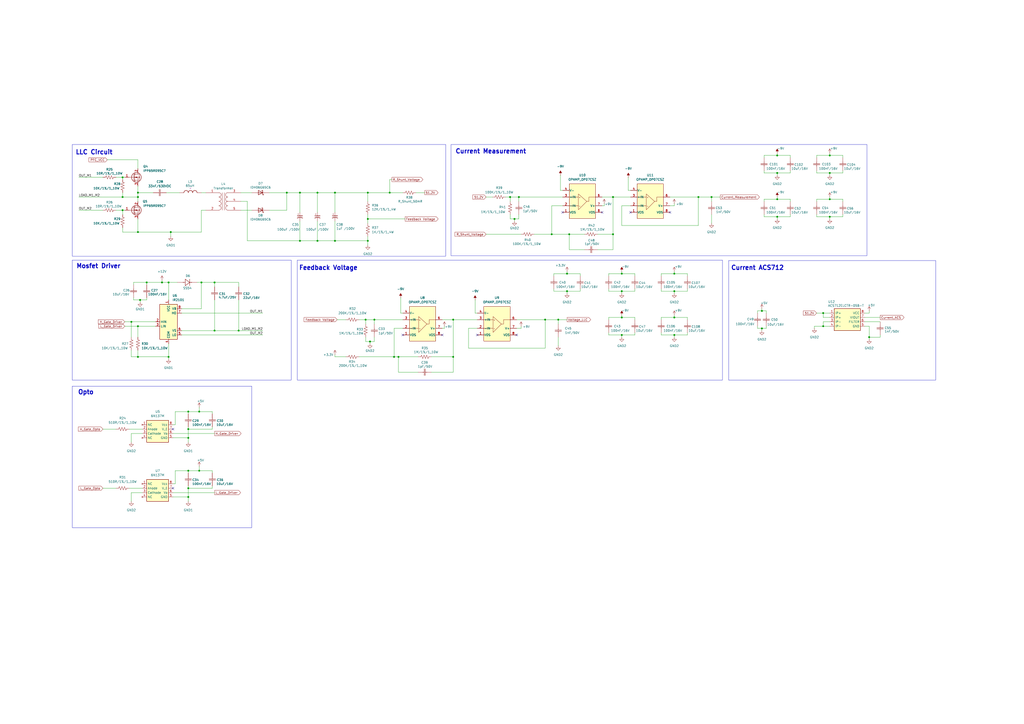
<source format=kicad_sch>
(kicad_sch (version 20231120) (generator "eeschema") (generator_version "8.0")
  (paper "A2")
  (junction (at 360.68 158.75))
  (junction (at 481.33 115.57))
  (junction (at 441.96 190.5))
  (junction (at 80.01 111.76))
  (junction (at 231.14 207.01))
  (junction (at 355.6 135.89))
  (junction (at 316.23 185.42))
  (junction (at 194.31 139.7))
  (junction (at 109.22 288.29))
  (junction (at 391.16 168.91))
  (junction (at 226.06 111.76))
  (junction (at 71.12 102.87))
  (junction (at 391.16 184.15))
  (junction (at 173.99 111.76))
  (junction (at 80.01 207.01))
  (junction (at 355.6 114.3))
  (junction (at 504.19 195.58))
  (junction (at 184.15 111.76))
  (junction (at 80.01 114.3))
  (junction (at 109.22 273.05))
  (junction (at 360.68 194.31))
  (junction (at 97.79 163.83))
  (junction (at 481.33 125.73))
  (junction (at 80.01 189.23))
  (junction (at 262.89 185.42))
  (junction (at 184.15 139.7))
  (junction (at 477.52 181.61))
  (junction (at 124.46 191.77))
  (junction (at 138.43 191.77))
  (junction (at 109.22 248.92))
  (junction (at 93.98 163.83))
  (junction (at 360.68 184.15))
  (junction (at 109.22 254))
  (junction (at 80.01 134.62))
  (junction (at 71.12 121.92))
  (junction (at 477.52 189.23))
  (junction (at 328.93 168.91))
  (junction (at 214.63 198.12))
  (junction (at 481.33 90.17))
  (junction (at 391.16 158.75))
  (junction (at 228.6 207.01))
  (junction (at 328.93 158.75))
  (junction (at 166.37 111.76))
  (junction (at 194.31 111.76))
  (junction (at 330.2 135.89))
  (junction (at 99.06 134.62))
  (junction (at 81.28 173.99))
  (junction (at 405.13 114.3))
  (junction (at 116.84 163.83))
  (junction (at 320.04 135.89))
  (junction (at 262.89 207.01))
  (junction (at 173.99 139.7))
  (junction (at 298.45 127))
  (junction (at 450.85 115.57))
  (junction (at 115.57 238.76))
  (junction (at 124.46 163.83))
  (junction (at 295.91 114.3))
  (junction (at 450.85 125.73))
  (junction (at 115.57 273.05))
  (junction (at 213.36 139.7))
  (junction (at 217.17 185.42))
  (junction (at 450.85 100.33))
  (junction (at 109.22 238.76))
  (junction (at 450.85 90.17))
  (junction (at 85.09 163.83))
  (junction (at 481.33 100.33))
  (junction (at 213.36 127))
  (junction (at 71.12 114.3))
  (junction (at 300.99 114.3))
  (junction (at 391.16 194.31))
  (junction (at 412.75 114.3))
  (junction (at 213.36 111.76))
  (junction (at 97.79 207.01))
  (junction (at 212.09 185.42))
  (junction (at 76.2 186.69))
  (junction (at 360.68 168.91))
  (junction (at 323.85 185.42))
  (junction (at 109.22 283.21))
  (junction (at 441.96 180.34))
  (no_connect (at 299.72 194.31))
  (no_connect (at 326.39 123.19))
  (no_connect (at 365.76 123.19))
  (no_connect (at 276.86 194.31))
  (no_connect (at 256.54 194.31))
  (no_connect (at 349.25 123.19))
  (no_connect (at 100.33 283.21))
  (no_connect (at 100.33 248.92))
  (no_connect (at 388.62 123.19))
  (no_connect (at 233.68 194.31))
  (wire (pts (xy 143.51 116.84) (xy 143.51 139.7)))
  (wire (pts (xy 109.22 273.05) (xy 115.57 273.05)))
  (wire (pts (xy 109.22 238.76) (xy 115.57 238.76)))
  (wire (pts (xy 295.91 127) (xy 298.45 127)))
  (wire (pts (xy 501.65 186.69) (xy 510.54 186.69)))
  (wire (pts (xy 441.96 191.77) (xy 441.96 190.5)))
  (wire (pts (xy 228.6 190.5) (xy 228.6 207.01)))
  (wire (pts (xy 441.96 179.07) (xy 441.96 180.34)))
  (wire (pts (xy 391.16 182.88) (xy 391.16 184.15)))
  (wire (pts (xy 473.71 181.61) (xy 477.52 181.61)))
  (wire (pts (xy 109.22 238.76) (xy 109.22 240.03)))
  (wire (pts (xy 504.19 180.34) (xy 504.19 181.61)))
  (wire (pts (xy 443.23 115.57) (xy 450.85 115.57)))
  (wire (pts (xy 217.17 185.42) (xy 212.09 185.42)))
  (wire (pts (xy 383.54 158.75) (xy 391.16 158.75)))
  (wire (pts (xy 391.16 184.15) (xy 398.78 184.15)))
  (wire (pts (xy 391.16 168.91) (xy 398.78 168.91)))
  (wire (pts (xy 93.98 162.56) (xy 93.98 163.83)))
  (wire (pts (xy 105.41 191.77) (xy 124.46 191.77)))
  (wire (pts (xy 194.31 139.7) (xy 213.36 139.7)))
  (wire (pts (xy 262.89 185.42) (xy 276.86 185.42)))
  (wire (pts (xy 360.68 157.48) (xy 360.68 158.75)))
  (wire (pts (xy 123.19 281.94) (xy 123.19 283.21)))
  (wire (pts (xy 383.54 167.64) (xy 383.54 168.91)))
  (wire (pts (xy 212.09 185.42) (xy 212.09 187.96)))
  (wire (pts (xy 473.71 124.46) (xy 473.71 125.73)))
  (wire (pts (xy 101.6 280.67) (xy 100.33 280.67)))
  (wire (pts (xy 114.3 163.83) (xy 116.84 163.83)))
  (wire (pts (xy 228.6 190.5) (xy 233.68 190.5)))
  (wire (pts (xy 368.3 184.15) (xy 368.3 185.42)))
  (wire (pts (xy 217.17 195.58) (xy 217.17 198.12)))
  (wire (pts (xy 473.71 116.84) (xy 473.71 115.57)))
  (wire (pts (xy 109.22 248.92) (xy 123.19 248.92)))
  (wire (pts (xy 325.12 101.6) (xy 325.12 110.49)))
  (wire (pts (xy 82.55 285.75) (xy 76.2 285.75)))
  (wire (pts (xy 439.42 180.34) (xy 441.96 180.34)))
  (wire (pts (xy 213.36 127) (xy 213.36 129.54)))
  (wire (pts (xy 364.49 102.87) (xy 364.49 110.49)))
  (wire (pts (xy 325.12 110.49) (xy 326.39 110.49)))
  (wire (pts (xy 450.85 100.33) (xy 458.47 100.33)))
  (wire (pts (xy 388.62 114.3) (xy 405.13 114.3)))
  (wire (pts (xy 80.01 203.2) (xy 80.01 207.01)))
  (wire (pts (xy 412.75 114.3) (xy 417.83 114.3)))
  (wire (pts (xy 360.68 194.31) (xy 368.3 194.31)))
  (wire (pts (xy 444.5 180.34) (xy 444.5 181.61)))
  (wire (pts (xy 101.6 246.38) (xy 100.33 246.38)))
  (wire (pts (xy 391.16 157.48) (xy 391.16 158.75)))
  (wire (pts (xy 124.46 191.77) (xy 138.43 191.77)))
  (wire (pts (xy 77.47 163.83) (xy 85.09 163.83)))
  (wire (pts (xy 360.68 182.88) (xy 360.68 184.15)))
  (wire (pts (xy 74.93 283.21) (xy 82.55 283.21)))
  (wire (pts (xy 217.17 185.42) (xy 233.68 185.42)))
  (wire (pts (xy 105.41 179.07) (xy 116.84 179.07)))
  (wire (pts (xy 316.23 185.42) (xy 323.85 185.42)))
  (wire (pts (xy 300.99 127) (xy 298.45 127)))
  (wire (pts (xy 82.55 251.46) (xy 76.2 251.46)))
  (wire (pts (xy 71.12 132.08) (xy 71.12 134.62)))
  (wire (pts (xy 383.54 194.31) (xy 391.16 194.31)))
  (wire (pts (xy 97.79 163.83) (xy 97.79 173.99)))
  (wire (pts (xy 504.19 195.58) (xy 510.54 195.58)))
  (wire (pts (xy 81.28 175.26) (xy 81.28 173.99)))
  (wire (pts (xy 232.41 181.61) (xy 233.68 181.61)))
  (wire (pts (xy 100.33 251.46) (xy 124.46 251.46)))
  (wire (pts (xy 321.31 168.91) (xy 328.93 168.91)))
  (wire (pts (xy 458.47 90.17) (xy 458.47 91.44)))
  (wire (pts (xy 100.33 254) (xy 109.22 254)))
  (wire (pts (xy 208.28 185.42) (xy 212.09 185.42)))
  (wire (pts (xy 173.99 111.76) (xy 173.99 123.19)))
  (wire (pts (xy 67.31 121.92) (xy 71.12 121.92)))
  (wire (pts (xy 383.54 184.15) (xy 391.16 184.15)))
  (wire (pts (xy 80.01 207.01) (xy 97.79 207.01)))
  (wire (pts (xy 166.37 111.76) (xy 173.99 111.76)))
  (wire (pts (xy 336.55 158.75) (xy 336.55 160.02)))
  (wire (pts (xy 213.36 127) (xy 234.95 127)))
  (wire (pts (xy 208.28 207.01) (xy 228.6 207.01)))
  (wire (pts (xy 383.54 185.42) (xy 383.54 184.15)))
  (wire (pts (xy 194.31 207.01) (xy 200.66 207.01)))
  (wire (pts (xy 481.33 184.15) (xy 477.52 184.15)))
  (wire (pts (xy 71.12 111.76) (xy 71.12 114.3)))
  (wire (pts (xy 80.01 111.76) (xy 88.9 111.76)))
  (wire (pts (xy 231.14 207.01) (xy 242.57 207.01)))
  (wire (pts (xy 101.6 273.05) (xy 109.22 273.05)))
  (wire (pts (xy 97.79 199.39) (xy 97.79 207.01)))
  (wire (pts (xy 441.96 190.5) (xy 444.5 190.5)))
  (wire (pts (xy 71.12 102.87) (xy 67.31 102.87)))
  (wire (pts (xy 383.54 193.04) (xy 383.54 194.31)))
  (wire (pts (xy 450.85 127) (xy 450.85 125.73)))
  (wire (pts (xy 100.33 285.75) (xy 124.46 285.75)))
  (wire (pts (xy 412.75 124.46) (xy 412.75 129.54)))
  (wire (pts (xy 275.59 173.99) (xy 275.59 181.61)))
  (wire (pts (xy 173.99 128.27) (xy 173.99 139.7)))
  (wire (pts (xy 328.93 157.48) (xy 328.93 158.75)))
  (wire (pts (xy 109.22 281.94) (xy 109.22 283.21)))
  (wire (pts (xy 353.06 193.04) (xy 353.06 194.31)))
  (wire (pts (xy 391.16 194.31) (xy 398.78 194.31)))
  (wire (pts (xy 123.19 273.05) (xy 123.19 274.32)))
  (wire (pts (xy 116.84 121.92) (xy 116.84 134.62)))
  (wire (pts (xy 320.04 135.89) (xy 330.2 135.89)))
  (wire (pts (xy 481.33 101.6) (xy 481.33 100.33)))
  (wire (pts (xy 488.95 124.46) (xy 488.95 125.73)))
  (wire (pts (xy 184.15 111.76) (xy 184.15 123.19)))
  (wire (pts (xy 355.6 114.3) (xy 365.76 114.3)))
  (wire (pts (xy 72.39 186.69) (xy 76.2 186.69)))
  (wire (pts (xy 184.15 128.27) (xy 184.15 139.7)))
  (wire (pts (xy 99.06 134.62) (xy 116.84 134.62)))
  (wire (pts (xy 364.49 110.49) (xy 365.76 110.49)))
  (wire (pts (xy 109.22 283.21) (xy 109.22 288.29)))
  (wire (pts (xy 504.19 195.58) (xy 504.19 196.85)))
  (wire (pts (xy 138.43 166.37) (xy 138.43 163.83)))
  (wire (pts (xy 405.13 114.3) (xy 412.75 114.3)))
  (wire (pts (xy 45.72 121.92) (xy 59.69 121.92)))
  (wire (pts (xy 488.95 99.06) (xy 488.95 100.33)))
  (wire (pts (xy 139.7 116.84) (xy 143.51 116.84)))
  (wire (pts (xy 336.55 167.64) (xy 336.55 168.91)))
  (wire (pts (xy 330.2 135.89) (xy 339.09 135.89)))
  (wire (pts (xy 353.06 158.75) (xy 360.68 158.75)))
  (wire (pts (xy 439.42 180.34) (xy 439.42 181.61)))
  (wire (pts (xy 173.99 111.76) (xy 184.15 111.76)))
  (wire (pts (xy 227.33 104.14) (xy 226.06 104.14)))
  (wire (pts (xy 477.52 189.23) (xy 472.44 189.23)))
  (wire (pts (xy 109.22 248.92) (xy 109.22 254)))
  (wire (pts (xy 116.84 121.92) (xy 119.38 121.92)))
  (wire (pts (xy 101.6 273.05) (xy 101.6 280.67)))
  (wire (pts (xy 80.01 111.76) (xy 80.01 114.3)))
  (wire (pts (xy 328.93 168.91) (xy 336.55 168.91)))
  (wire (pts (xy 217.17 185.42) (xy 217.17 187.96)))
  (wire (pts (xy 257.81 190.5) (xy 256.54 190.5)))
  (wire (pts (xy 450.85 114.3) (xy 450.85 115.57)))
  (wire (pts (xy 109.22 254) (xy 109.22 256.54)))
  (wire (pts (xy 391.16 118.11) (xy 391.16 119.38)))
  (wire (pts (xy 72.39 102.87) (xy 71.12 102.87)))
  (wire (pts (xy 443.23 99.06) (xy 443.23 100.33)))
  (wire (pts (xy 450.85 115.57) (xy 458.47 115.57)))
  (wire (pts (xy 321.31 160.02) (xy 321.31 158.75)))
  (wire (pts (xy 353.06 194.31) (xy 360.68 194.31)))
  (wire (pts (xy 316.23 185.42) (xy 316.23 201.93)))
  (wire (pts (xy 391.16 170.18) (xy 391.16 168.91)))
  (wire (pts (xy 124.46 163.83) (xy 124.46 166.37)))
  (wire (pts (xy 360.68 195.58) (xy 360.68 194.31)))
  (wire (pts (xy 443.23 116.84) (xy 443.23 115.57)))
  (wire (pts (xy 320.04 119.38) (xy 326.39 119.38)))
  (wire (pts (xy 242.57 215.9) (xy 231.14 215.9)))
  (wire (pts (xy 293.37 114.3) (xy 295.91 114.3)))
  (wire (pts (xy 323.85 185.42) (xy 328.93 185.42)))
  (wire (pts (xy 302.26 190.5) (xy 299.72 190.5)))
  (wire (pts (xy 156.21 111.76) (xy 166.37 111.76)))
  (wire (pts (xy 504.19 181.61) (xy 501.65 181.61)))
  (wire (pts (xy 271.78 190.5) (xy 276.86 190.5)))
  (wire (pts (xy 443.23 90.17) (xy 450.85 90.17)))
  (wire (pts (xy 398.78 167.64) (xy 398.78 168.91)))
  (wire (pts (xy 328.93 158.75) (xy 336.55 158.75)))
  (wire (pts (xy 212.09 198.12) (xy 212.09 195.58)))
  (wire (pts (xy 360.68 158.75) (xy 368.3 158.75)))
  (wire (pts (xy 321.31 167.64) (xy 321.31 168.91)))
  (wire (pts (xy 360.68 130.81) (xy 360.68 119.38)))
  (wire (pts (xy 383.54 168.91) (xy 391.16 168.91)))
  (wire (pts (xy 481.33 127) (xy 481.33 125.73)))
  (wire (pts (xy 194.31 111.76) (xy 213.36 111.76)))
  (wire (pts (xy 85.09 163.83) (xy 85.09 165.1)))
  (wire (pts (xy 295.91 114.3) (xy 295.91 116.84)))
  (wire (pts (xy 173.99 139.7) (xy 184.15 139.7)))
  (wire (pts (xy 300.99 124.46) (xy 300.99 127)))
  (wire (pts (xy 360.68 184.15) (xy 368.3 184.15)))
  (wire (pts (xy 275.59 181.61) (xy 276.86 181.61)))
  (wire (pts (xy 109.22 283.21) (xy 123.19 283.21)))
  (wire (pts (xy 473.71 91.44) (xy 473.71 90.17)))
  (wire (pts (xy 330.2 144.78) (xy 330.2 135.89)))
  (wire (pts (xy 299.72 185.42) (xy 316.23 185.42)))
  (wire (pts (xy 391.16 119.38) (xy 388.62 119.38)))
  (wire (pts (xy 302.26 189.23) (xy 302.26 190.5)))
  (wire (pts (xy 504.19 189.23) (xy 504.19 195.58)))
  (wire (pts (xy 346.71 144.78) (xy 355.6 144.78)))
  (wire (pts (xy 398.78 158.75) (xy 398.78 160.02)))
  (wire (pts (xy 256.54 185.42) (xy 262.89 185.42)))
  (wire (pts (xy 217.17 198.12) (xy 214.63 198.12)))
  (wire (pts (xy 115.57 270.51) (xy 115.57 273.05)))
  (wire (pts (xy 109.22 288.29) (xy 109.22 290.83)))
  (wire (pts (xy 119.38 111.76) (xy 116.84 111.76)))
  (wire (pts (xy 472.44 189.23) (xy 472.44 190.5)))
  (wire (pts (xy 439.42 190.5) (xy 439.42 189.23)))
  (wire (pts (xy 74.93 248.92) (xy 82.55 248.92)))
  (wire (pts (xy 156.21 121.92) (xy 166.37 121.92)))
  (wire (pts (xy 77.47 173.99) (xy 77.47 172.72)))
  (wire (pts (xy 184.15 139.7) (xy 194.31 139.7)))
  (wire (pts (xy 45.72 102.87) (xy 59.69 102.87)))
  (wire (pts (xy 473.71 100.33) (xy 481.33 100.33)))
  (wire (pts (xy 213.36 137.16) (xy 213.36 139.7)))
  (wire (pts (xy 481.33 100.33) (xy 488.95 100.33)))
  (wire (pts (xy 477.52 184.15) (xy 477.52 181.61)))
  (wire (pts (xy 101.6 238.76) (xy 109.22 238.76)))
  (wire (pts (xy 368.3 167.64) (xy 368.3 168.91)))
  (wire (pts (xy 481.33 186.69) (xy 477.52 186.69)))
  (wire (pts (xy 321.31 158.75) (xy 328.93 158.75)))
  (wire (pts (xy 368.3 158.75) (xy 368.3 160.02)))
  (wire (pts (xy 262.89 185.42) (xy 262.89 207.01)))
  (wire (pts (xy 443.23 125.73) (xy 450.85 125.73)))
  (wire (pts (xy 213.36 139.7) (xy 213.36 142.24)))
  (wire (pts (xy 353.06 167.64) (xy 353.06 168.91)))
  (wire (pts (xy 481.33 125.73) (xy 488.95 125.73)))
  (wire (pts (xy 101.6 238.76) (xy 101.6 246.38)))
  (wire (pts (xy 80.01 114.3) (xy 80.01 116.84)))
  (wire (pts (xy 71.12 121.92) (xy 72.39 121.92)))
  (wire (pts (xy 250.19 207.01) (xy 262.89 207.01)))
  (wire (pts (xy 510.54 195.58) (xy 510.54 194.31)))
  (wire (pts (xy 115.57 238.76) (xy 123.19 238.76)))
  (wire (pts (xy 309.88 135.89) (xy 320.04 135.89)))
  (wire (pts (xy 450.85 90.17) (xy 458.47 90.17)))
  (wire (pts (xy 488.95 90.17) (xy 488.95 91.44)))
  (wire (pts (xy 443.23 91.44) (xy 443.23 90.17)))
  (wire (pts (xy 59.69 283.21) (xy 67.31 283.21)))
  (wire (pts (xy 77.47 173.99) (xy 81.28 173.99)))
  (wire (pts (xy 481.33 189.23) (xy 477.52 189.23)))
  (wire (pts (xy 405.13 130.81) (xy 360.68 130.81)))
  (wire (pts (xy 328.93 170.18) (xy 328.93 168.91)))
  (wire (pts (xy 241.3 111.76) (xy 246.38 111.76)))
  (wire (pts (xy 123.19 238.76) (xy 123.19 240.03)))
  (wire (pts (xy 71.12 121.92) (xy 71.12 124.46)))
  (wire (pts (xy 109.22 247.65) (xy 109.22 248.92)))
  (wire (pts (xy 96.52 111.76) (xy 104.14 111.76)))
  (wire (pts (xy 271.78 201.93) (xy 271.78 190.5)))
  (wire (pts (xy 300.99 114.3) (xy 326.39 114.3)))
  (wire (pts (xy 231.14 215.9) (xy 231.14 207.01)))
  (wire (pts (xy 281.94 114.3) (xy 285.75 114.3)))
  (wire (pts (xy 143.51 139.7) (xy 173.99 139.7)))
  (wire (pts (xy 116.84 163.83) (xy 116.84 179.07)))
  (wire (pts (xy 85.09 173.99) (xy 85.09 172.72)))
  (wire (pts (xy 99.06 134.62) (xy 80.01 134.62)))
  (wire (pts (xy 97.79 207.01) (xy 97.79 208.28)))
  (wire (pts (xy 71.12 114.3) (xy 80.01 114.3)))
  (wire (pts (xy 76.2 251.46) (xy 76.2 256.54)))
  (wire (pts (xy 100.33 288.29) (xy 109.22 288.29)))
  (wire (pts (xy 353.06 184.15) (xy 360.68 184.15)))
  (wire (pts (xy 138.43 191.77) (xy 152.4 191.77)))
  (wire (pts (xy 458.47 115.57) (xy 458.47 116.84)))
  (wire (pts (xy 72.39 189.23) (xy 80.01 189.23)))
  (wire (pts (xy 412.75 114.3) (xy 412.75 116.84)))
  (wire (pts (xy 194.31 128.27) (xy 194.31 139.7)))
  (wire (pts (xy 62.23 92.71) (xy 80.01 92.71)))
  (wire (pts (xy 123.19 247.65) (xy 123.19 248.92)))
  (wire (pts (xy 360.68 119.38) (xy 365.76 119.38)))
  (wire (pts (xy 458.47 124.46) (xy 458.47 125.73)))
  (wire (pts (xy 213.36 111.76) (xy 226.06 111.76)))
  (wire (pts (xy 353.06 168.91) (xy 360.68 168.91)))
  (wire (pts (xy 99.06 134.62) (xy 99.06 137.16)))
  (wire (pts (xy 360.68 168.91) (xy 368.3 168.91)))
  (wire (pts (xy 124.46 163.83) (xy 138.43 163.83)))
  (wire (pts (xy 184.15 111.76) (xy 194.31 111.76)))
  (wire (pts (xy 226.06 111.76) (xy 233.68 111.76)))
  (wire (pts (xy 80.01 127) (xy 80.01 134.62)))
  (wire (pts (xy 76.2 203.2) (xy 76.2 207.01)))
  (wire (pts (xy 124.46 173.99) (xy 124.46 191.77)))
  (wire (pts (xy 139.7 111.76) (xy 146.05 111.76)))
  (wire (pts (xy 481.33 114.3) (xy 481.33 115.57)))
  (wire (pts (xy 398.78 184.15) (xy 398.78 185.42)))
  (wire (pts (xy 450.85 88.9) (xy 450.85 90.17)))
  (wire (pts (xy 439.42 190.5) (xy 441.96 190.5)))
  (wire (pts (xy 45.72 114.3) (xy 71.12 114.3)))
  (wire (pts (xy 368.3 193.04) (xy 368.3 194.31)))
  (wire (pts (xy 257.81 189.23) (xy 257.81 190.5)))
  (wire (pts (xy 355.6 114.3) (xy 355.6 135.89)))
  (wire (pts (xy 76.2 285.75) (xy 76.2 290.83)))
  (wire (pts (xy 80.01 189.23) (xy 80.01 195.58)))
  (wire (pts (xy 350.52 118.11) (xy 350.52 119.38)))
  (wire (pts (xy 85.09 163.83) (xy 93.98 163.83)))
  (wire (pts (xy 481.33 88.9) (xy 481.33 90.17)))
  (wire (pts (xy 213.36 124.46) (xy 213.36 127)))
  (wire (pts (xy 316.23 201.93) (xy 271.78 201.93)))
  (wire (pts (xy 77.47 165.1) (xy 77.47 163.83)))
  (wire (pts (xy 295.91 114.3) (xy 300.99 114.3)))
  (wire (pts (xy 228.6 207.01) (xy 231.14 207.01)))
  (wire (pts (xy 391.16 195.58) (xy 391.16 194.31)))
  (wire (pts (xy 501.65 184.15) (xy 510.54 184.15)))
  (wire (pts (xy 115.57 273.05) (xy 123.19 273.05)))
  (wire (pts (xy 443.23 100.33) (xy 450.85 100.33)))
  (wire (pts (xy 450.85 101.6) (xy 450.85 100.33)))
  (wire (pts (xy 353.06 160.02) (xy 353.06 158.75)))
  (wire (pts (xy 444.5 190.5) (xy 444.5 189.23)))
  (wire (pts (xy 441.96 180.34) (xy 444.5 180.34)))
  (wire (pts (xy 504.19 189.23) (xy 501.65 189.23)))
  (wire (pts (xy 214.63 198.12) (xy 212.09 198.12)))
  (wire (pts (xy 405.13 114.3) (xy 405.13 130.81)))
  (wire (pts (xy 300.99 114.3) (xy 300.99 116.84)))
  (wire (pts (xy 80.01 107.95) (xy 80.01 111.76)))
  (wire (pts (xy 488.95 115.57) (xy 488.95 116.84)))
  (wire (pts (xy 473.71 90.17) (xy 481.33 90.17)))
  (wire (pts (xy 298.45 127) (xy 298.45 128.27)))
  (wire (pts (xy 458.47 99.06) (xy 458.47 100.33)))
  (wire (pts (xy 473.71 99.06) (xy 473.71 100.33)))
  (wire (pts (xy 323.85 185.42) (xy 323.85 187.96)))
  (wire (pts (xy 80.01 189.23) (xy 90.17 189.23)))
  (wire (pts (xy 323.85 195.58) (xy 323.85 200.66)))
  (wire (pts (xy 339.09 144.78) (xy 330.2 144.78)))
  (wire (pts (xy 194.31 205.74) (xy 194.31 207.01)))
  (wire (pts (xy 349.25 114.3) (xy 355.6 114.3)))
  (wire (pts (xy 355.6 144.78) (xy 355.6 135.89)))
  (wire (pts (xy 105.41 181.61) (xy 152.4 181.61)))
  (wire (pts (xy 213.36 111.76) (xy 213.36 116.84)))
  (wire (pts (xy 80.01 92.71) (xy 80.01 97.79)))
  (wire (pts (xy 350.52 119.38) (xy 349.25 119.38)))
  (wire (pts (xy 295.91 127) (xy 295.91 124.46)))
  (wire (pts (xy 76.2 186.69) (xy 76.2 195.58)))
  (wire (pts (xy 481.33 115.57) (xy 488.95 115.57)))
  (wire (pts (xy 109.22 273.05) (xy 109.22 274.32)))
  (wire (pts (xy 346.71 135.89) (xy 355.6 135.89)))
  (wire (pts (xy 195.58 185.42) (xy 200.66 185.42)))
  (wire (pts (xy 353.06 185.42) (xy 353.06 184.15)))
  (wire (pts (xy 166.37 121.92) (xy 166.37 111.76)))
  (wire (pts (xy 71.12 102.87) (xy 71.12 104.14)))
  (wire (pts (xy 383.54 160.02) (xy 383.54 158.75)))
  (wire (pts (xy 97.79 163.83) (xy 102.87 163.83)))
  (wire (pts (xy 398.78 193.04) (xy 398.78 194.31)))
  (wire (pts (xy 232.41 172.72) (xy 232.41 181.61)))
  (wire (pts (xy 391.16 158.75) (xy 398.78 158.75)))
  (wire (pts (xy 320.04 119.38) (xy 320.04 135.89)))
  (wire (pts (xy 138.43 173.99) (xy 138.43 191.77)))
  (wire (pts (xy 281.94 135.89) (xy 302.26 135.89)))
  (wire (pts (xy 473.71 115.57) (xy 481.33 115.57)))
  (wire (pts (xy 226.06 104.14) (xy 226.06 111.76)))
  (wire (pts (xy 93.98 163.83) (xy 97.79 163.83)))
  (wire (pts (xy 443.23 124.46) (xy 443.23 125.73)))
  (wire (pts (xy 477.52 181.61) (xy 481.33 181.61)))
  (wire (pts (xy 116.84 163.83) (xy 124.46 163.83)))
  (wire (pts (xy 360.68 170.18) (xy 360.68 168.91)))
  (wire (pts (xy 250.19 215.9) (xy 262.89 215.9)))
  (wire (pts (xy 115.57 236.22) (xy 115.57 238.76)))
  (wire (pts (xy 214.63 198.12) (xy 214.63 199.39)))
  (wire (pts (xy 194.31 111.76) (xy 194.31 123.19)))
  (wire (pts (xy 139.7 121.92) (xy 146.05 121.92)))
  (wire (pts (xy 76.2 186.69) (xy 90.17 186.69)))
  (wire (pts (xy 473.71 125.73) (xy 481.33 125.73)))
  (wire (pts (xy 59.69 248.92) (xy 67.31 248.92)))
  (wire (pts (xy 81.28 173.99) (xy 85.09 173.99)))
  (wire (pts (xy 450.85 125.73) (xy 458.47 125.73)))
  (wire (pts (xy 76.2 207.01) (xy 80.01 207.01)))
  (wire (pts (xy 80.01 134.62) (xy 71.12 134.62)))
  (wire (pts (xy 477.52 186.69) (xy 477.52 189.23)))
  (wire (pts (xy 481.33 90.17) (xy 488.95 90.17)))
  (wire (pts (xy 262.89 207.01) (xy 262.89 215.9)))
  (wire (pts (xy 105.41 194.31) (xy 152.4 194.31)))
  (rectangle (start 422.656 151.13) (end 542.798 220.472))
  (rectangle (start 172.466 150.876) (end 419.1 220.472))
  (rectangle (start 41.91 224.028) (end 146.05 306.07))
  (rectangle (start 261.62 83.82) (end 502.92 148.336))
  (rectangle (start 41.91 83.82) (end 258.572 148.59))
  (rectangle (start 41.91 150.876) (end 168.91 220.472))
  (text "Current ACS712" (at 439.42 155.448 0) (effects (font (size 2.54 2.54) (bold yes))))
  (text "LLC Circuit" (at 54.61 88.392 0) (effects (font (size 2.54 2.54) (thickness 0.508) (bold yes))))
  (text "Current Measurement" (at 284.734 87.884 0) (effects (font (size 2.54 2.54) (bold yes))))
  (text "Feedback Voltage" (at 190.5 155.448 0) (effects (font (size 2.54 2.54) (bold yes))))
  (text "Opto " (at 50.8 227.584 0) (effects (font (size 2.54 2.54) (thickness 0.508) (bold yes))))
  (text "Mosfet Driver" (at 57.15 154.432 0) (effects (font (size 2.54 2.54) (thickness 0.508) (bold yes))))
  (label "LOAD_M1_M2" (at 45.72 114.3 0))
  (label "OUT_M1" (at 45.72 102.87 0))
  (label "OUT_M2" (at 45.72 121.92 0))
  (label "OUT_M1" (at 152.4 181.61 180))
  (label "LOAD_M1_M2" (at 152.4 191.77 180))
  (label "OUT_M2" (at 152.4 194.31 180))
  (global_label "Current_ACS" (shape output) (at 510.54 184.15 0) (property "Intersheetrefs" "${INTERSHEET_REFS}" (effects (hide yes))))
  (global_label "Current_Measurement" (shape output) (at 417.83 114.3 0) (property "Intersheetrefs" "${INTERSHEET_REFS}" (effects (hide yes))))
  (global_label "R_Shunt_Voltage" (shape input) (at 281.94 135.89 180) (property "Intersheetrefs" "${INTERSHEET_REFS}" (effects (hide yes))))
  (global_label "R_Shunt_Voltage" (shape output) (at 227.33 104.14 0) (property "Intersheetrefs" "${INTERSHEET_REFS}" (effects (hide yes))))
  (global_label "Voltage_LLC" (shape output) (at 328.93 185.42 0) (property "Intersheetrefs" "${INTERSHEET_REFS}" (effects (hide yes))))
  (global_label "L_Gate_Driver" (shape input) (at 72.39 189.23 180) (property "Intersheetrefs" "${INTERSHEET_REFS}" (effects (hide yes))))
  (global_label "H_Gate_Driver" (shape input) (at 72.39 186.69 180) (property "Intersheetrefs" "${INTERSHEET_REFS}" (effects (hide yes))))
  (global_label "L_Gate_Opto" (shape input) (at 59.69 283.21 180) (property "Intersheetrefs" "${INTERSHEET_REFS}" (effects (hide yes))))
  (global_label "Feedback Voltage" (shape output) (at 234.95 127 0) (property "Intersheetrefs" "${INTERSHEET_REFS}" (effects (hide yes))))
  (global_label "51.2V" (shape input) (at 473.71 181.61 180) (property "Intersheetrefs" "${INTERSHEET_REFS}" (effects (hide yes))))
  (global_label "Feedback Voltage" (shape input) (at 195.58 185.42 180) (property "Intersheetrefs" "${INTERSHEET_REFS}" (effects (hide yes))))
  (global_label "H_Gate_Opto" (shape input) (at 59.69 248.92 180) (property "Intersheetrefs" "${INTERSHEET_REFS}" (effects (hide yes))))
  (global_label "51.2V" (shape input) (at 281.94 114.3 180) (property "Intersheetrefs" "${INTERSHEET_REFS}" (effects (hide yes))))
  (global_label "L_Gate_Driver" (shape output) (at 124.46 285.75 0) (property "Intersheetrefs" "${INTERSHEET_REFS}" (effects (hide yes))))
  (global_label "H_Gate_Driver" (shape output) (at 124.46 251.46 0) (property "Intersheetrefs" "${INTERSHEET_REFS}" (effects (hide yes))))
  (global_label "51.2V" (shape output) (at 246.38 111.76 0) (property "Intersheetrefs" "${INTERSHEET_REFS}" (effects (hide yes))))
  (global_label "PFC_VCC" (shape input) (at 62.23 92.71 180) (property "Intersheetrefs" "${INTERSHEET_REFS}" (effects (hide yes))))
  (symbol (lib_id "charge_battery_sym_lib:Res_100K_0603_1%") (at 302.26 135.89 0) (unit 1)
    (property "Reference" "R40" (at 306.07 139.192 0))
    (property "Value" "100K/1%/1_10W" (at 305.562 141.478 0))
    (property "Footprint" "charge_battery_footprint_lib:Res_0603" (effects (hide yes)))
    (property "Datasheet" "https://fscdn.rohm.com/en/products/databook/datasheet/passive/resistor/chip_resistor/esr-e.pdf" (effects (hide yes)))
    (property "Description" "Res 100 KOhm 0603 1%" (effects (hide yes)))
    (property "Supply name" "Thegioiic" (effects (hide yes)))
    (property "Supply part number" "Điện Trở 100 KOhm 0603 1%" (effects (hide yes)))
    (property "Supply URL" "https://www.thegioiic.com/dien-tro-100-kohm-0603-1-" (effects (hide yes)))
  )
  (symbol (lib_id "power:GND1") (at 99.06 137.16 0) (unit 1)
    (property "Reference" "#PWR024" (effects (hide yes)))
    (property "Value" "GND1" (at 99.06 142.24 0))
    (property "Description" "Power symbol creates a global label with name \"GND1\" , ground" (effects (hide yes)))
  )
  (symbol (lib_id "charge_battery_sym_lib:Ceramic_Cap_SMD_100nF_16V") (at 443.23 123.19 90) (unit 1)
    (property "Reference" "C51" (at 446.278 120.65 90) (effects (justify right)))
    (property "Value" "100nF/16V" (at 444.5 123.19 90) (effects (justify right)))
    (property "Footprint" "charge_battery_footprint_lib:Ceramic_Cap_0603" (effects (hide yes)))
    (property "Datasheet" "https://www.mouser.vn/datasheet/2/40/KYOCERA_AutoMLCCKAM-3106308.pdf" (effects (hide yes)))
    (property "Description" "10%, 0603 (1608 Metric)" (effects (hide yes)))
    (property "Supply name" "Thegioiic" (effects (hide yes)))
    (property "Supply part number" "Tụ Gốm 0603 100nF (0.1uF) 16V" (effects (hide yes)))
    (property "Supply URL" "https://www.thegioiic.com/tu-gom-0603-100nf-0-1uf-16v" (effects (hide yes)))
  )
  (symbol (lib_id "charge_battery_sym_lib:6N137M") (at 85.09 290.83 0) (unit 1)
    (property "Reference" "U7" (at 91.44 273.05 0))
    (property "Value" "6N137M" (at 91.44 275.59 0))
    (property "Footprint" "charge_battery_footprint_lib:DIP-8" (effects (hide yes)))
    (property "Datasheet" "https://media.digikey.com/PDF/Data%20Sheets/Lite-On%20PDFs/6N137%20Series.pdf" (effects (hide yes)))
    (property "Description" "Ngõ ra: Open Collector, Số chân: 8" (effects (hide yes)))
    (property "Supply name" "Thegioiic" (effects (hide yes)))
    (property "Supply part number" "6N137M Logic Output Optoisolator 2500Vrms 1 Channel, 8-DIP" (effects (hide yes)))
    (property "Supply URL" "https://www.thegioiic.com/6n137m-logic-output-optoisolator-2500vrms-1-channel-8-dip" (effects (hide yes)))
  )
  (symbol (lib_id "power:GND2") (at 76.2 290.83 0) (unit 1)
    (property "Reference" "#PWR025" (effects (hide yes)))
    (property "Value" "GND2" (at 76.2 295.91 0))
    (property "Description" "Power symbol creates a global label with name \"GND2\" , ground" (effects (hide yes)))
  )
  (symbol (lib_id "power:+5V") (at 504.19 180.34 0) (mirror y) (unit 1)
    (property "Reference" "#PWR053" (effects (hide yes)))
    (property "Value" "+5V" (at 505.46 177.038 0))
    (property "Description" "Power symbol creates a global label with name \"+5V\"" (effects (hide yes)))
  )
  (symbol (lib_name "Res_10K_0603_1%_1") (lib_id "charge_battery_sym_lib:Res_10K_0603_1%") (at 71.12 111.76 90) (unit 1)
    (property "Reference" "R28" (at 66.04 106.68 90) (effects (justify right)))
    (property "Value" "10K/1%/1_10W" (at 54.102 109.22 90) (effects (justify right)))
    (property "Footprint" "charge_battery_footprint_lib:Res_0603" (effects (hide yes)))
    (property "Datasheet" "https://fscdn.rohm.com/en/products/databook/datasheet/passive/resistor/chip_resistor/esr-e.pdf" (effects (hide yes)))
    (property "Description" "Res 10 KOhm 0603 1%" (effects (hide yes)))
    (property "Supply name" "Thegioiic" (effects (hide yes)))
    (property "Supply part number" "Điện Trở 10 KOhm 0603 1%" (effects (hide yes)))
    (property "Supply URL" "https://www.thegioiic.com/dien-tro-10-kohm-0603-1-" (effects (hide yes)))
  )
  (symbol (lib_id "power:GND2") (at 504.19 196.85 0) (unit 1)
    (property "Reference" "#PWR054" (effects (hide yes)))
    (property "Value" "GND2" (at 504.19 201.93 0))
    (property "Description" "Power symbol creates a global label with name \"GND2\" , ground" (effects (hide yes)))
  )
  (symbol (lib_id "charge_battery_sym_lib:Ceramic_Cap_SMD_1nF_50V") (at 510.54 193.04 90) (unit 1)
    (property "Reference" "C55" (at 513.08 190.246 90) (effects (justify right)))
    (property "Value" "1nF/50V" (at 513.08 192.278 90) (effects (justify right)))
    (property "Footprint" "charge_battery_footprint_lib:Ceramic_Cap_0603" (effects (hide yes)))
    (property "Datasheet" "https://www.mouser.vn/datasheet/2/40/KYOCERA_AutoMLCCKAM-3106308.pdf" (effects (hide yes)))
    (property "Description" "10%, 0603 (1608 Metric)" (effects (hide yes)))
    (property "Supply name" "Thegioiic" (effects (hide yes)))
    (property "Supply part number" "Tụ Gốm 0603 1nF 50V" (effects (hide yes)))
    (property "Supply URL" "https://www.thegioiic.com/tu-gom-0603-1nf-50v" (effects (hide yes)))
  )
  (symbol (lib_id "charge_battery_sym_lib:Aluminium_Cap_Hole_1uF_100V") (at 194.31 123.19 270) (unit 1)
    (property "Reference" "C38" (at 195.072 130.302 90) (effects (justify left)))
    (property "Value" "1uF /100V" (at 195.072 132.588 90) (effects (justify left)))
    (property "Footprint" "charge_battery_footprint_lib:Aluminium_Cap_Hole_5mm" (effects (hide yes)))
    (property "Description" "1uF 100V, 20%, size(DxL) 5x11mm" (effects (hide yes)))
    (property "Supply name" "Thegioiic" (effects (hide yes)))
    (property "Supply part number" "Tụ Hóa 1uF 100V 5x11mm Xuyên Lỗ" (effects (hide yes)))
    (property "Supply URL" "https://www.thegioiic.com/tu-hoa-1uf-100v-5x11mm-xuyen-lo" (effects (hide yes)))
  )
  (symbol (lib_id "charge_battery_sym_lib:Ceramic_Cap_SMD_10uF_16V") (at 398.78 193.04 90) (unit 1)
    (property "Reference" "C108" (at 401.066 189.484 90) (effects (justify right)))
    (property "Value" "10uF/16V" (at 399.288 191.77 90) (effects (justify right)))
    (property "Footprint" "charge_battery_footprint_lib:Ceramic_Cap_0603" (effects (hide yes)))
    (property "Datasheet" "https://www.mouser.vn/datasheet/2/40/KYOCERA_AutoMLCCKAM-3106308.pdf" (effects (hide yes)))
    (property "Description" "10%, 0603 (1608 Metric)" (effects (hide yes)))
    (property "Supply name" "Thegioiic" (effects (hide yes)))
    (property "Supply part number" "Tụ Gốm 0603 10uF 16V" (effects (hide yes)))
    (property "Supply URL" "https://www.thegioiic.com/tu-gom-0603-10uf-16v" (effects (hide yes)))
  )
  (symbol (lib_id "charge_battery_sym_lib:Ceramic_Cap_SMD_10uF_16V") (at 458.47 124.46 90) (unit 1)
    (property "Reference" "C52" (at 460.756 120.904 90) (effects (justify right)))
    (property "Value" "10uF/16V" (at 458.978 123.19 90) (effects (justify right)))
    (property "Footprint" "charge_battery_footprint_lib:Ceramic_Cap_0603" (effects (hide yes)))
    (property "Datasheet" "https://www.mouser.vn/datasheet/2/40/KYOCERA_AutoMLCCKAM-3106308.pdf" (effects (hide yes)))
    (property "Description" "10%, 0603 (1608 Metric)" (effects (hide yes)))
    (property "Supply name" "Thegioiic" (effects (hide yes)))
    (property "Supply part number" "Tụ Gốm 0603 10uF 16V" (effects (hide yes)))
    (property "Supply URL" "https://www.thegioiic.com/tu-gom-0603-10uf-16v" (effects (hide yes)))
  )
  (symbol (lib_id "charge_battery_sym_lib:Ceramic_Cap_SMD_100nF_16V") (at 321.31 166.37 90) (unit 1)
    (property "Reference" "C40" (at 324.358 163.83 90) (effects (justify right)))
    (property "Value" "100nF/16V" (at 322.58 166.37 90) (effects (justify right)))
    (property "Footprint" "charge_battery_footprint_lib:Ceramic_Cap_0603" (effects (hide yes)))
    (property "Datasheet" "https://www.mouser.vn/datasheet/2/40/KYOCERA_AutoMLCCKAM-3106308.pdf" (effects (hide yes)))
    (property "Description" "10%, 0603 (1608 Metric)" (effects (hide yes)))
    (property "Supply name" "Thegioiic" (effects (hide yes)))
    (property "Supply part number" "Tụ Gốm 0603 100nF (0.1uF) 16V" (effects (hide yes)))
    (property "Supply URL" "https://www.thegioiic.com/tu-gom-0603-100nf-0-1uf-16v" (effects (hide yes)))
  )
  (symbol (lib_id "power:GND2") (at 298.45 128.27 0) (unit 1)
    (property "Reference" "#PWR043" (effects (hide yes)))
    (property "Value" "GND2" (at 298.45 132.334 0))
    (property "Description" "Power symbol creates a global label with name \"GND2\" , ground" (effects (hide yes)))
  )
  (symbol (lib_id "power:GND2") (at 328.93 170.18 0) (unit 1)
    (property "Reference" "#PWR033" (effects (hide yes)))
    (property "Value" "GND2" (at 328.93 175.26 0))
    (property "Description" "Power symbol creates a global label with name \"GND2\" , ground" (effects (hide yes)))
  )
  (symbol (lib_id "charge_battery_sym_lib:ACS712ELCTR-05B-T") (at 483.87 191.77 0) (unit 1)
    (property "Reference" "U12" (at 482.346 175.006 0))
    (property "Value" "ACS712ELCTR-05B-T" (at 490.728 177.292 0))
    (property "Footprint" "charge_battery_footprint_lib:SOIC-8" (effects (hide yes)))
    (property "Datasheet" "https://www.allegromicro.com/~/media/Files/Datasheets/ACS712-Datasheet.ashx" (effects (hide yes)))
    (property "Description" "Current Measurement ,Hall Effect, Open Loop Bidirectional 8-SOIC" (effects (hide yes)))
    (property "Supply name" "Thegioiic" (effects (hide yes)))
    (property "Supply part number" "ACS712ELCTR-05B-T Cảm Biến Dòng 5A 1 Kênh" (effects (hide yes)))
    (property "Supply URL" "https://www.thegioiic.com/acs712elctr-05b-t-cam-bien-dong-5a-1-kenh" (effects (hide yes)))
  )
  (symbol (lib_id "power:-9V") (at 360.68 157.48 0) (unit 1)
    (property "Reference" "#PWR037" (effects (hide yes)))
    (property "Value" "-9V" (at 362.712 154.686 0))
    (property "Description" "Power symbol creates a global label with name \"-9V\"" (effects (hide yes)))
  )
  (symbol (lib_id "charge_battery_sym_lib:Res_1M_0603_1%") (at 295.91 124.46 90) (unit 1)
    (property "Reference" "R41" (at 289.56 120.142 90) (effects (justify right)))
    (property "Value" "1M/1%/1_10W" (at 278.892 122.936 90) (effects (justify right)))
    (property "Footprint" "charge_battery_footprint_lib:Res_0603" (effects (hide yes)))
    (property "Description" "Res 1MOhm 0603 1%" (effects (hide yes)))
    (property "Supply name" "Thegioiic" (effects (hide yes)))
    (property "Supply part number" "Điện Trở 1 MOhm 0603 1%" (effects (hide yes)))
    (property "Supply URL" "https://www.thegioiic.com/dien-tro-1-mohm-0603-1-" (effects (hide yes)))
  )
  (symbol (lib_id "charge_battery_sym_lib:Res_1M_0603_1%") (at 212.09 195.58 90) (unit 1)
    (property "Reference" "R33" (at 206.756 191.008 90) (effects (justify right)))
    (property "Value" "1M/1%/1_10W" (at 196.596 193.294 90) (effects (justify right)))
    (property "Footprint" "charge_battery_footprint_lib:Res_0603" (effects (hide yes)))
    (property "Description" "Res 1MOhm 0603 1%" (effects (hide yes)))
    (property "Supply name" "Thegioiic" (effects (hide yes)))
    (property "Supply part number" "Điện Trở 1 MOhm 0603 1%" (effects (hide yes)))
    (property "Supply URL" "https://www.thegioiic.com/dien-tro-1-mohm-0603-1-" (effects (hide yes)))
  )
  (symbol (lib_id "charge_battery_sym_lib:Aluminium_Cap_Hole_100uF_100V") (at 184.15 123.19 270) (unit 1)
    (property "Reference" "C37" (at 185.166 130.302 90) (effects (justify left)))
    (property "Value" "100uF /100V" (at 177.546 133.096 90) (effects (justify left)))
    (property "Footprint" "charge_battery_footprint_lib:Aluminium_Cap_Hole_5mm" (effects (hide yes)))
    (property "Description" "100uF 100V 20%, size(DxL) 10x17mm" (effects (hide yes)))
    (property "Supply name" "Thegioiic" (effects (hide yes)))
    (property "Supply part number" "Tụ Hoá 100uF 100V 10x17mm Xuyên Lỗ" (effects (hide yes)))
    (property "Supply URL" "https://www.thegioiic.com/tu-hoa-100uf-100v-10x17mm-xuyen-lo" (effects (hide yes)))
  )
  (symbol (lib_id "charge_battery_sym_lib:Ceramic_Cap_SMD_10uF_16V") (at 458.47 99.06 90) (unit 1)
    (property "Reference" "C102" (at 460.756 95.504 90) (effects (justify right)))
    (property "Value" "10uF/16V" (at 458.978 97.79 90) (effects (justify right)))
    (property "Footprint" "charge_battery_footprint_lib:Ceramic_Cap_0603" (effects (hide yes)))
    (property "Datasheet" "https://www.mouser.vn/datasheet/2/40/KYOCERA_AutoMLCCKAM-3106308.pdf" (effects (hide yes)))
    (property "Description" "10%, 0603 (1608 Metric)" (effects (hide yes)))
    (property "Supply name" "Thegioiic" (effects (hide yes)))
    (property "Supply part number" "Tụ Gốm 0603 10uF 16V" (effects (hide yes)))
    (property "Supply URL" "https://www.thegioiic.com/tu-gom-0603-10uf-16v" (effects (hide yes)))
  )
  (symbol (lib_id "charge_battery_sym_lib:Res_10R_0603_1%") (at 59.69 102.87 0) (unit 1)
    (property "Reference" "R25" (at 63.5 98.298 0))
    (property "Value" "10R/1%/1_10W" (at 63.5 100.584 0))
    (property "Footprint" "charge_battery_footprint_lib:Res_0603" (effects (hide yes)))
    (property "Description" "Res 10 Ohm 0603 1%" (effects (hide yes)))
    (property "Supply name" "Thegioiic" (effects (hide yes)))
    (property "Supply part number" "Điện Trở 10 Ohm 0603 1%" (effects (hide yes)))
    (property "Supply URL" "https://www.thegioiic.com/dien-tro-10-ohm-0603-1-" (effects (hide yes)))
  )
  (symbol (lib_name "Res_200K_0603_1%_1") (lib_id "charge_battery_sym_lib:Res_200K_0603_1%") (at 200.66 207.01 0) (unit 1)
    (property "Reference" "R34" (at 204.216 209.804 0))
    (property "Value" "200K/1%/1_10W" (at 204.724 212.09 0))
    (property "Footprint" "charge_battery_footprint_lib:Res_0603" (effects (hide yes)))
    (property "Datasheet" "https://fscdn.rohm.com/en/products/databook/datasheet/passive/resistor/chip_resistor/esr-e.pdf" (effects (hide yes)))
    (property "Description" "Res 200 KOhm 0603 1%" (effects (hide yes)))
    (property "Supply name" "Thegioiic" (effects (hide yes)))
    (property "Supply part number" "Điện Trở 200 KOhm 0603 1%" (effects (hide yes)))
    (property "Supply URL" "https://www.thegioiic.com/dien-tro-200-kohm-0603-1-" (effects (hide yes)))
  )
  (symbol (lib_name "OPAMP_OP07CSZ_1") (lib_id "charge_battery_sym_lib:OPAMP_OP07CSZ") (at 369.57 106.68 0) (mirror x) (unit 1)
    (property "Reference" "U11" (at 377.19 101.6 0))
    (property "Value" "OPAMP_OP07CSZ" (at 377.19 104.14 0))
    (property "Footprint" "charge_battery_footprint_lib:SOIC-8" (effects (hide yes)))
    (property "Datasheet" "https://www.analog.com/media/en/technical-documentation/data-sheets/OP07.pdf" (effects (hide yes)))
    (property "Description" "OP07CSZ IC OPAMP General Purpose Amplifier 1 Circuit 600Khz, 8-SOIC" (effects (hide yes)))
    (property "Supply part number" "OP07CSZ IC OPAMP General Purpose Amplifier" (effects (hide yes)))
    (property "Supply URL" "https://www.thegioiic.com/op07csz-ic-opamp-general-purpose-amplifier-1-circuit-600khz-8-soic" (effects (hide yes)))
    (property "Supply name" "Thegioiic" (effects (hide yes)))
  )
  (symbol (lib_id "charge_battery_sym_lib:Res_1M_0603_1%") (at 346.71 135.89 180) (unit 1)
    (property "Reference" "R42" (at 343.154 130.81 0))
    (property "Value" "1M/1%/1_10W" (at 343.662 133.096 0))
    (property "Footprint" "charge_battery_footprint_lib:Res_0603" (effects (hide yes)))
    (property "Description" "Res 1MOhm 0603 1%" (effects (hide yes)))
    (property "Supply name" "Thegioiic" (effects (hide yes)))
    (property "Supply part number" "Điện Trở 1 MOhm 0603 1%" (effects (hide yes)))
    (property "Supply URL" "https://www.thegioiic.com/dien-tro-1-mohm-0603-1-" (effects (hide yes)))
  )
  (symbol (lib_id "power:-9V") (at 360.68 182.88 0) (unit 1)
    (property "Reference" "#PWR041" (effects (hide yes)))
    (property "Value" "-9V" (at 362.712 180.086 0))
    (property "Description" "Power symbol creates a global label with name \"-9V\"" (effects (hide yes)))
  )
  (symbol (lib_id "charge_battery_sym_lib:Ceramic_Cap_SMD_10uF_16V") (at 336.55 167.64 90) (unit 1)
    (property "Reference" "C41" (at 338.836 164.084 90) (effects (justify right)))
    (property "Value" "10uF/16V" (at 337.058 166.37 90) (effects (justify right)))
    (property "Footprint" "charge_battery_footprint_lib:Ceramic_Cap_0603" (effects (hide yes)))
    (property "Datasheet" "https://www.mouser.vn/datasheet/2/40/KYOCERA_AutoMLCCKAM-3106308.pdf" (effects (hide yes)))
    (property "Description" "10%, 0603 (1608 Metric)" (effects (hide yes)))
    (property "Supply name" "Thegioiic" (effects (hide yes)))
    (property "Supply part number" "Tụ Gốm 0603 10uF 16V" (effects (hide yes)))
    (property "Supply URL" "https://www.thegioiic.com/tu-gom-0603-10uf-16v" (effects (hide yes)))
  )
  (symbol (lib_id "charge_battery_sym_lib:Ceramic_Cap_SMD_100nF_16V") (at 383.54 166.37 90) (unit 1)
    (property "Reference" "C105" (at 386.588 163.83 90) (effects (justify right)))
    (property "Value" "100nF/16V" (at 384.81 166.37 90) (effects (justify right)))
    (property "Footprint" "charge_battery_footprint_lib:Ceramic_Cap_0603" (effects (hide yes)))
    (property "Datasheet" "https://www.mouser.vn/datasheet/2/40/KYOCERA_AutoMLCCKAM-3106308.pdf" (effects (hide yes)))
    (property "Description" "10%, 0603 (1608 Metric)" (effects (hide yes)))
    (property "Supply name" "Thegioiic" (effects (hide yes)))
    (property "Supply part number" "Tụ Gốm 0603 100nF (0.1uF) 16V" (effects (hide yes)))
    (property "Supply URL" "https://www.thegioiic.com/tu-gom-0603-100nf-0-1uf-16v" (effects (hide yes)))
  )
  (symbol (lib_id "charge_battery_sym_lib:Res_1M_0603_1%") (at 250.19 207.01 180) (unit 1)
    (property "Reference" "R35" (at 246.38 201.93 0))
    (property "Value" "1M/1%/1_10W" (at 247.142 204.216 0))
    (property "Footprint" "charge_battery_footprint_lib:Res_0603" (effects (hide yes)))
    (property "Description" "Res 1MOhm 0603 1%" (effects (hide yes)))
    (property "Supply name" "Thegioiic" (effects (hide yes)))
    (property "Supply part number" "Điện Trở 1 MOhm 0603 1%" (effects (hide yes)))
    (property "Supply URL" "https://www.thegioiic.com/dien-tro-1-mohm-0603-1-" (effects (hide yes)))
  )
  (symbol (lib_id "charge_battery_sym_lib:Ceramic_Cap_SMD_1pF_50V") (at 300.99 123.19 90) (unit 1)
    (property "Reference" "C46" (at 303.53 119.888 90) (effects (justify right)))
    (property "Value" "1pF/50V" (at 303.276 122.428 90) (effects (justify right)))
    (property "Footprint" "charge_battery_footprint_lib:Ceramic_Cap_0603" (effects (hide yes)))
    (property "Datasheet" "https://www.mouser.vn/datasheet/2/40/KYOCERA_AutoMLCCKAM-3106308.pdf" (effects (hide yes)))
    (property "Description" "10%, 0603 (1608 Metric)" (effects (hide yes)))
    (property "Supply name" "Thegioiic" (effects (hide yes)))
    (property "Supply part number" "Tụ Gốm 0603 1pF 50V" (effects (hide yes)))
    (property "Supply URL" "https://www.thegioiic.com/tu-gom-0603-1pf-50v" (effects (hide yes)))
  )
  (symbol (lib_name "Res_10K_0603_1%_3") (lib_id "charge_battery_sym_lib:Res_10K_0603_1%") (at 76.2 203.2 90) (unit 1)
    (property "Reference" "R27" (at 70.612 199.39 90) (effects (justify right)))
    (property "Value" "10K/1%/1_10W" (at 58.928 201.93 90) (effects (justify right)))
    (property "Footprint" "charge_battery_footprint_lib:Res_0603" (effects (hide yes)))
    (property "Datasheet" "https://fscdn.rohm.com/en/products/databook/datasheet/passive/resistor/chip_resistor/esr-e.pdf" (effects (hide yes)))
    (property "Description" "Res 10 KOhm 0603 1%" (effects (hide yes)))
    (property "Supply name" "Thegioiic" (effects (hide yes)))
    (property "Supply part number" "Điện Trở 10 KOhm 0603 1%" (effects (hide yes)))
    (property "Supply URL" "https://www.thegioiic.com/dien-tro-10-kohm-0603-1-" (effects (hide yes)))
  )
  (symbol (lib_id "charge_battery_sym_lib:Ceramic_Cap_SMD_1nF_50V") (at 412.75 123.19 90) (unit 1)
    (property "Reference" "C53" (at 415.036 120.65 90) (effects (justify right)))
    (property "Value" "1nF/50V" (at 415.29 122.936 90) (effects (justify right)))
    (property "Footprint" "charge_battery_footprint_lib:Ceramic_Cap_0603" (effects (hide yes)))
    (property "Datasheet" "https://www.mouser.vn/datasheet/2/40/KYOCERA_AutoMLCCKAM-3106308.pdf" (effects (hide yes)))
    (property "Description" "10%, 0603 (1608 Metric)" (effects (hide yes)))
    (property "Supply name" "Thegioiic" (effects (hide yes)))
    (property "Supply part number" "Tụ Gốm 0603 1nF 50V" (effects (hide yes)))
    (property "Supply URL" "https://www.thegioiic.com/tu-gom-0603-1nf-50v" (effects (hide yes)))
  )
  (symbol (lib_id "power:GND1") (at 97.79 208.28 0) (unit 1)
    (property "Reference" "#PWR021" (effects (hide yes)))
    (property "Value" "GND1" (at 97.79 213.36 0))
    (property "Description" "Power symbol creates a global label with name \"GND1\" , ground" (effects (hide yes)))
  )
  (symbol (lib_id "charge_battery_sym_lib:Ceramic_Cap_SMD_10uF_16V") (at 368.3 167.64 90) (unit 1)
    (property "Reference" "C44" (at 370.586 164.084 90) (effects (justify right)))
    (property "Value" "10uF/16V" (at 368.808 166.37 90) (effects (justify right)))
    (property "Footprint" "charge_battery_footprint_lib:Ceramic_Cap_0603" (effects (hide yes)))
    (property "Datasheet" "https://www.mouser.vn/datasheet/2/40/KYOCERA_AutoMLCCKAM-3106308.pdf" (effects (hide yes)))
    (property "Description" "10%, 0603 (1608 Metric)" (effects (hide yes)))
    (property "Supply name" "Thegioiic" (effects (hide yes)))
    (property "Supply part number" "Tụ Gốm 0603 10uF 16V" (effects (hide yes)))
    (property "Supply URL" "https://www.thegioiic.com/tu-gom-0603-10uf-16v" (effects (hide yes)))
  )
  (symbol (lib_id "charge_battery_sym_lib:Aluminium_Cap_Hole_100uF_100V") (at 173.99 123.19 270) (unit 1)
    (property "Reference" "C35" (at 169.418 130.302 90) (effects (justify left)))
    (property "Value" "100uF /100V" (at 160.782 133.096 90) (effects (justify left)))
    (property "Footprint" "charge_battery_footprint_lib:Aluminium_Cap_Hole_5mm" (effects (hide yes)))
    (property "Description" "100uF 100V 20%, size(DxL) 10x17mm" (effects (hide yes)))
    (property "Supply name" "Thegioiic" (effects (hide yes)))
    (property "Supply part number" "Tụ Hoá 100uF 100V 10x17mm Xuyên Lỗ" (effects (hide yes)))
    (property "Supply URL" "https://www.thegioiic.com/tu-hoa-100uf-100v-10x17mm-xuyen-lo" (effects (hide yes)))
  )
  (symbol (lib_id "charge_battery_sym_lib:Ceramic_Cap_SMD_100nF_16V") (at 353.06 166.37 90) (unit 1)
    (property "Reference" "C42" (at 356.108 163.83 90) (effects (justify right)))
    (property "Value" "100nF/16V" (at 354.33 166.37 90) (effects (justify right)))
    (property "Footprint" "charge_battery_footprint_lib:Ceramic_Cap_0603" (effects (hide yes)))
    (property "Datasheet" "https://www.mouser.vn/datasheet/2/40/KYOCERA_AutoMLCCKAM-3106308.pdf" (effects (hide yes)))
    (property "Description" "10%, 0603 (1608 Metric)" (effects (hide yes)))
    (property "Supply name" "Thegioiic" (effects (hide yes)))
    (property "Supply part number" "Tụ Gốm 0603 100nF (0.1uF) 16V" (effects (hide yes)))
    (property "Supply URL" "https://www.thegioiic.com/tu-gom-0603-100nf-0-1uf-16v" (effects (hide yes)))
  )
  (symbol (lib_id "charge_battery_sym_lib:R_Shunt_50mR") (at 233.68 111.76 0) (unit 1)
    (property "Reference" "R38" (at 235.458 114.554 0) (effects (justify left)))
    (property "Value" "R_Shunt_50mR" (at 230.886 116.84 0) (effects (justify left)))
    (property "Footprint" "charge_battery_footprint_lib:R_Shunt" (effects (hide yes)))
    (property "Description" "Shunt resistor" (effects (hide yes)))
    (property "Supply name" "BanLinhKien" (effects (hide yes)))
    (property "Supply part number" "Trở Shunt 50mR 1.2x10x7MM" (effects (hide yes)))
    (property "Supply URL" "https://banlinhkien.com/tro-shunt-50mr-10x6.5mm-p15749443.html" (effects (hide yes)))
  )
  (symbol (lib_id "power:+9V") (at 350.52 118.11 0) (unit 1)
    (property "Reference" "#PWR045" (effects (hide yes)))
    (property "Value" "+9V" (at 352.806 118.364 0))
    (property "Description" "Power symbol creates a global label with name \"+9V\"" (effects (hide yes)))
  )
  (symbol (lib_id "charge_battery_sym_lib:Ceramic_Cap_SMD_100nF_16V") (at 473.71 97.79 90) (unit 1)
    (property "Reference" "C103" (at 476.758 95.25 90) (effects (justify right)))
    (property "Value" "100nF/16V" (at 474.98 97.79 90) (effects (justify right)))
    (property "Footprint" "charge_battery_footprint_lib:Ceramic_Cap_0603" (effects (hide yes)))
    (property "Datasheet" "https://www.mouser.vn/datasheet/2/40/KYOCERA_AutoMLCCKAM-3106308.pdf" (effects (hide yes)))
    (property "Description" "10%, 0603 (1608 Metric)" (effects (hide yes)))
    (property "Supply name" "Thegioiic" (effects (hide yes)))
    (property "Supply part number" "Tụ Gốm 0603 100nF (0.1uF) 16V" (effects (hide yes)))
    (property "Supply URL" "https://www.thegioiic.com/tu-gom-0603-100nf-0-1uf-16v" (effects (hide yes)))
  )
  (symbol (lib_id "power:+5V") (at 441.96 179.07 0) (mirror y) (unit 1)
    (property "Reference" "#PWR046" (effects (hide yes)))
    (property "Value" "+5V" (at 443.23 175.768 0))
    (property "Description" "Power symbol creates a global label with name \"+5V\"" (effects (hide yes)))
  )
  (symbol (lib_id "charge_battery_sym_lib:Candy_Cap_hole_33nF_630VDC") (at 88.9 111.76 0) (unit 1)
    (property "Reference" "C28" (at 92.71 105.41 0))
    (property "Value" "33nF/630VDC" (at 92.71 107.95 0))
    (property "Footprint" "charge_battery_footprint_lib:Candy_Cap_hole_33nF_630VDC" (effects (hide yes)))
    (property "Datasheet" "https://www.mouser.vn/datasheet/2/40/KYOCERA_AutoMLCCKAM-3106308.pdf" (effects (hide yes)))
    (property "Description" "Kiểu chân: radial, 10%" (effects (hide yes)))
    (property "Supply name" "Thegioiic" (effects (hide yes)))
    (property "Supply part number" "Tụ Kẹo Nâu Polyester CBB22-333 33nF 630VDC" (effects (hide yes)))
    (property "Supply URL" "https://www.thegioiic.com/tu-keo-nau-polyester-cbb22-333-33nf-630vdc" (effects (hide yes)))
  )
  (symbol (lib_id "charge_battery_sym_lib:Ceramic_Cap_SMD_4.7uF_25V") (at 124.46 173.99 90) (unit 1)
    (property "Reference" "C31" (at 127 170.434 90) (effects (justify right)))
    (property "Value" "4.7uF/25V" (at 126.746 172.466 90) (effects (justify right)))
    (property "Footprint" "charge_battery_footprint_lib:Ceramic_Cap_0603" (effects (hide yes)))
    (property "Datasheet" "https://www.mouser.vn/datasheet/2/40/KYOCERA_AutoMLCCKAM-3106308.pdf" (effects (hide yes)))
    (property "Description" "10%, 0603 (1608 Metric)" (effects (hide yes)))
    (property "Supply name" "Thegioiic" (effects (hide yes)))
    (property "Supply part number" "Tụ Gốm 0603 4.7uF 25V" (effects (hide yes)))
    (property "Supply URL" "https://www.thegioiic.com/tu-gom-0603-4-7uf-25v" (effects (hide yes)))
  )
  (symbol (lib_id "power:GND2") (at 360.68 195.58 0) (unit 1)
    (property "Reference" "#PWR042" (effects (hide yes)))
    (property "Value" "GND2" (at 360.68 200.66 0))
    (property "Description" "Power symbol creates a global label with name \"GND2\" , ground" (effects (hide yes)))
  )
  (symbol (lib_id "charge_battery_sym_lib:Ceramic_Cap_SMD_10uF_16V") (at 444.5 189.23 90) (unit 1)
    (property "Reference" "C50" (at 447.294 185.42 90) (effects (justify right)))
    (property "Value" "10uF/16V" (at 445.008 188.214 90) (effects (justify right)))
    (property "Footprint" "charge_battery_footprint_lib:Ceramic_Cap_0603" (effects (hide yes)))
    (property "Datasheet" "https://www.mouser.vn/datasheet/2/40/KYOCERA_AutoMLCCKAM-3106308.pdf" (effects (hide yes)))
    (property "Description" "10%, 0603 (1608 Metric)" (effects (hide yes)))
    (property "Supply name" "Thegioiic" (effects (hide yes)))
    (property "Supply part number" "Tụ Gốm 0603 10uF 16V" (effects (hide yes)))
    (property "Supply URL" "https://www.thegioiic.com/tu-gom-0603-10uf-16v" (effects (hide yes)))
  )
  (symbol (lib_id "charge_battery_sym_lib:Res_12K_1206_1%") (at 213.36 124.46 90) (unit 1)
    (property "Reference" "R36" (at 215.646 119.126 90) (effects (justify right)))
    (property "Value" "12K/1%/1_4W" (at 215.646 121.412 90) (effects (justify right)))
    (property "Footprint" "charge_battery_footprint_lib:Res_1206" (effects (hide yes)))
    (property "Description" "Res 12 KOhm 1206 5%" (effects (hide yes)))
    (property "Supply name" "Thegioiic" (effects (hide yes)))
    (property "Supply part number" "Điện Trở 12 KOhm 1206 5%" (effects (hide yes)))
    (property "Supply URL" "https://www.thegioiic.com/dien-tro-12-kohm-1206-5-" (effects (hide yes)))
  )
  (symbol (lib_id "power:-9V") (at 232.41 172.72 0) (unit 1)
    (property "Reference" "#PWR030" (effects (hide yes)))
    (property "Value" "-9V" (at 232.41 167.64 0))
    (property "Description" "Power symbol creates a global label with name \"-9V\"" (effects (hide yes)))
  )
  (symbol (lib_id "charge_battery_sym_lib:Ceramic_Cap_SMD_10uF_16V") (at 398.78 167.64 90) (unit 1)
    (property "Reference" "C107" (at 401.066 164.084 90) (effects (justify right)))
    (property "Value" "10uF/16V" (at 399.288 166.37 90) (effects (justify right)))
    (property "Footprint" "charge_battery_footprint_lib:Ceramic_Cap_0603" (effects (hide yes)))
    (property "Datasheet" "https://www.mouser.vn/datasheet/2/40/KYOCERA_AutoMLCCKAM-3106308.pdf" (effects (hide yes)))
    (property "Description" "10%, 0603 (1608 Metric)" (effects (hide yes)))
    (property "Supply name" "Thegioiic" (effects (hide yes)))
    (property "Supply part number" "Tụ Gốm 0603 10uF 16V" (effects (hide yes)))
    (property "Supply URL" "https://www.thegioiic.com/tu-gom-0603-10uf-16v" (effects (hide yes)))
  )
  (symbol (lib_id "power:+9V") (at 302.26 189.23 0) (unit 1)
    (property "Reference" "#PWR036" (effects (hide yes)))
    (property "Value" "+9V" (at 305.308 189.484 0))
    (property "Description" "Power symbol creates a global label with name \"+9V\"" (effects (hide yes)))
  )
  (symbol (lib_id "power:GND2") (at 412.75 129.54 0) (unit 1)
    (property "Reference" "#PWR055" (effects (hide yes)))
    (property "Value" "GND2" (at 412.75 134.62 0))
    (property "Description" "Power symbol creates a global label with name \"GND2\" , ground" (effects (hide yes)))
  )
  (symbol (lib_id "power:GND2") (at 76.2 256.54 0) (unit 1)
    (property "Reference" "#PWR018" (effects (hide yes)))
    (property "Value" "GND2" (at 76.2 261.62 0))
    (property "Description" "Power symbol creates a global label with name \"GND2\" , ground" (effects (hide yes)))
  )
  (symbol (lib_id "power:GND1") (at 109.22 290.83 0) (unit 1)
    (property "Reference" "#PWR028" (effects (hide yes)))
    (property "Value" "GND1" (at 109.22 295.91 0))
    (property "Description" "Power symbol creates a global label with name \"GND1\" , ground" (effects (hide yes)))
  )
  (symbol (lib_id "charge_battery_sym_lib:Res_510R_0603_1%") (at 67.31 283.21 0) (unit 1)
    (property "Reference" "R31" (at 71.12 276.86 0))
    (property "Value" "510R/1%/1_10W" (at 71.12 279.4 0))
    (property "Footprint" "charge_battery_footprint_lib:Res_0603" (effects (hide yes)))
    (property "Description" "Res 510R Ohm 0603 1%" (effects (hide yes)))
    (property "Supply name" "Thegioiic" (effects (hide yes)))
    (property "Supply part number" "Điện Trở 510Ohm 0603 1%" (effects (hide yes)))
    (property "Supply URL" "https://www.thegioiic.com/dien-tro-510-ohm-0603-1-" (effects (hide yes)))
  )
  (symbol (lib_name "OPAMP_OP07CSZ_1") (lib_id "charge_battery_sym_lib:OPAMP_OP07CSZ") (at 280.67 177.8 0) (mirror x) (unit 1)
    (property "Reference" "U9" (at 288.29 172.72 0))
    (property "Value" "OPAMP_OP07CSZ" (at 288.29 175.26 0))
    (property "Footprint" "charge_battery_footprint_lib:SOIC-8" (effects (hide yes)))
    (property "Datasheet" "https://www.analog.com/media/en/technical-documentation/data-sheets/OP07.pdf" (effects (hide yes)))
    (property "Description" "OP07CSZ IC OPAMP General Purpose Amplifier 1 Circuit 600Khz, 8-SOIC" (effects (hide yes)))
    (property "Supply part number" "OP07CSZ IC OPAMP General Purpose Amplifier" (effects (hide yes)))
    (property "Supply URL" "https://www.thegioiic.com/op07csz-ic-opamp-general-purpose-amplifier-1-circuit-600khz-8-soic" (effects (hide yes)))
    (property "Supply name" "Thegioiic" (effects (hide yes)))
  )
  (symbol (lib_id "charge_battery_sym_lib:Ceramic_Cap_SMD_100nF_16V") (at 383.54 191.77 90) (unit 1)
    (property "Reference" "C106" (at 386.588 189.23 90) (effects (justify right)))
    (property "Value" "100nF/16V" (at 384.81 191.77 90) (effects (justify right)))
    (property "Footprint" "charge_battery_footprint_lib:Ceramic_Cap_0603" (effects (hide yes)))
    (property "Datasheet" "https://www.mouser.vn/datasheet/2/40/KYOCERA_AutoMLCCKAM-3106308.pdf" (effects (hide yes)))
    (property "Description" "10%, 0603 (1608 Metric)" (effects (hide yes)))
    (property "Supply name" "Thegioiic" (effects (hide yes)))
    (property "Supply part number" "Tụ Gốm 0603 100nF (0.1uF) 16V" (effects (hide yes)))
    (property "Supply URL" "https://www.thegioiic.com/tu-gom-0603-100nf-0-1uf-16v" (effects (hide yes)))
  )
  (symbol (lib_id "charge_battery_sym_lib:Res_1K_1206_1%") (at 213.36 137.16 90) (unit 1)
    (property "Reference" "R37" (at 215.646 132.08 90) (effects (justify right)))
    (property "Value" "1K/1%/1_4W" (at 215.646 134.62 90) (effects (justify right)))
    (property "Footprint" "charge_battery_footprint_lib:Res_1206" (effects (hide yes)))
    (property "Datasheet" "https://fscdn.rohm.com/en/products/databook/datasheet/passive/resistor/chip_resistor/esr-e.pdf" (effects (hide yes)))
    (property "Description" "Res 1 KOhm 1206 1%" (effects (hide yes)))
    (property "Supply name" "Thegioiic" (effects (hide yes)))
    (property "Supply part number" "Điện Trở 1 KOhm 1206 1%" (effects (hide yes)))
    (property "Supply URL" "https://www.thegioiic.com/dien-tro-1-kohm-1206-1-" (effects (hide yes)))
  )
  (symbol (lib_id "power:GND2") (at 213.36 142.24 0) (unit 1)
    (property "Reference" "#PWR034" (effects (hide yes)))
    (property "Value" "GND2" (at 213.36 147.32 0))
    (property "Description" "Power symbol creates a global label with name \"GND2\" , ground" (effects (hide yes)))
  )
  (symbol (lib_name "Res_10K_0603_1%_1") (lib_id "charge_battery_sym_lib:Res_10K_0603_1%") (at 71.12 132.08 90) (unit 1)
    (property "Reference" "R29" (at 66.04 127 90) (effects (justify right)))
    (property "Value" "10K/1%/1_10W" (at 54.102 129.54 90) (effects (justify right)))
    (property "Footprint" "charge_battery_footprint_lib:Res_0603" (effects (hide yes)))
    (property "Datasheet" "https://fscdn.rohm.com/en/products/databook/datasheet/passive/resistor/chip_resistor/esr-e.pdf" (effects (hide yes)))
    (property "Description" "Res 10 KOhm 0603 1%" (effects (hide yes)))
    (property "Supply name" "Thegioiic" (effects (hide yes)))
    (property "Supply part number" "Điện Trở 10 KOhm 0603 1%" (effects (hide yes)))
    (property "Supply URL" "https://www.thegioiic.com/dien-tro-10-kohm-0603-1-" (effects (hide yes)))
  )
  (symbol (lib_id "charge_battery_sym_lib:IR2101") (at 92.71 196.85 0) (unit 1)
    (property "Reference" "U6" (at 99.9841 171.45 0) (effects (justify left)))
    (property "Value" "IR2101" (at 99.9841 173.99 0) (effects (justify left)))
    (property "Footprint" "charge_battery_footprint_lib:SOIC-8" (effects (hide yes)))
    (property "Datasheet" "https://www.infineon.com/dgdl/ir2101.pdf?fileId=5546d462533600a4015355c7a755166c" (effects (hide yes)))
    (property "Description" "High and Low Side Driver, 600V, 210/360mA, PDIP-8/SOIC-8" (effects (hide yes)))
    (property "Supply name" "Thegioiic" (effects (hide yes)))
    (property "Supply part number" "IR2101STRPBF MOSFET 2 Ngõ Ra, 360 mA, 20V 8-SOIC" (effects (hide yes)))
    (property "Supply URL" "https://www.thegioiic.com/ir2101strpbf-mosfet-2-ngo-ra-360-ma-20v-8-soic" (effects (hide yes)))
  )
  (symbol (lib_id "charge_battery_sym_lib:Ceramic_Cap_SMD_1nF_50V") (at 323.85 194.31 90) (unit 1)
    (property "Reference" "C45" (at 327.66 190.4999 90) (effects (justify right)))
    (property "Value" "1nF/50V" (at 327.66 193.0399 90) (effects (justify right)))
    (property "Footprint" "charge_battery_footprint_lib:Ceramic_Cap_0603" (effects (hide yes)))
    (property "Datasheet" "https://www.mouser.vn/datasheet/2/40/KYOCERA_AutoMLCCKAM-3106308.pdf" (effects (hide yes)))
    (property "Description" "10%, 0603 (1608 Metric)" (effects (hide yes)))
    (property "Supply name" "Thegioiic" (effects (hide yes)))
    (property "Supply part number" "Tụ Gốm 0603 1nF 50V" (effects (hide yes)))
    (property "Supply URL" "https://www.thegioiic.com/tu-gom-0603-1nf-50v" (effects (hide yes)))
  )
  (symbol (lib_id "charge_battery_sym_lib:Toroidal Inductor") (at 110.49 111.76 0) (unit 1)
    (property "Reference" "L3" (at 110.236 105.41 0))
    (property "Value" "65uH" (at 110.236 107.696 0))
    (property "Footprint" "charge_battery_footprint_lib:Toroidal Inductor" (effects (hide yes)))
    (property "Description" "Toroidal Inductor 520uH, 7A/mm^2, 56 turns" (effects (hide yes)))
    (property "Supply name" "Nhật Tảo Market" (effects (hide yes)))
    (property "Supply URL" "~" (at 110.49 109.22 0))
  )
  (symbol (lib_id "charge_battery_sym_lib:6N137M") (at 85.09 256.54 0) (unit 1)
    (property "Reference" "U5" (at 91.44 238.76 0))
    (property "Value" "6N137M" (at 91.44 241.3 0))
    (property "Footprint" "charge_battery_footprint_lib:DIP-8" (effects (hide yes)))
    (property "Datasheet" "https://media.digikey.com/PDF/Data%20Sheets/Lite-On%20PDFs/6N137%20Series.pdf" (effects (hide yes)))
    (property "Description" "Ngõ ra: Open Collector, Số chân: 8" (effects (hide yes)))
    (property "Supply name" "Thegioiic" (effects (hide yes)))
    (property "Supply part number" "6N137M Logic Output Optoisolator 2500Vrms 1 Channel, 8-DIP" (effects (hide yes)))
    (property "Supply URL" "https://www.thegioiic.com/6n137m-logic-output-optoisolator-2500vrms-1-channel-8-dip" (effects (hide yes)))
  )
  (symbol (lib_id "power:GND2") (at 323.85 200.66 0) (unit 1)
    (property "Reference" "#PWR040" (effects (hide yes)))
    (property "Value" "GND2" (at 323.85 205.74 0))
    (property "Description" "Power symbol creates a global label with name \"GND2\" , ground" (effects (hide yes)))
  )
  (symbol (lib_id "power:GND2") (at 441.96 191.77 0) (unit 1)
    (property "Reference" "#PWR047" (effects (hide yes)))
    (property "Value" "GND2" (at 441.96 196.85 0))
    (property "Description" "Power symbol creates a global label with name \"GND2\" , ground" (effects (hide yes)))
  )
  (symbol (lib_id "charge_battery_sym_lib:Ceramic_Cap_SMD_100nF_16V") (at 109.22 246.38 90) (unit 1)
    (property "Reference" "C29" (at 111.506 244.094 90) (effects (justify right)))
    (property "Value" "100nF/16V" (at 111.506 246.38 90) (effects (justify right)))
    (property "Footprint" "charge_battery_footprint_lib:Ceramic_Cap_0603" (effects (hide yes)))
    (property "Datasheet" "https://www.mouser.vn/datasheet/2/40/KYOCERA_AutoMLCCKAM-3106308.pdf" (effects (hide yes)))
    (property "Description" "10%, 0603 (1608 Metric)" (effects (hide yes)))
    (property "Supply name" "Thegioiic" (effects (hide yes)))
    (property "Supply part number" "Tụ Gốm 0603 100nF (0.1uF) 16V" (effects (hide yes)))
    (property "Supply URL" "https://www.thegioiic.com/tu-gom-0603-100nf-0-1uf-16v" (effects (hide yes)))
  )
  (symbol (lib_id "charge_battery_sym_lib:Res_100K_0603_1%") (at 285.75 114.3 0) (unit 1)
    (property "Reference" "R39" (at 289.56 108.966 0))
    (property "Value" "100K/1%/1_10W" (at 289.56 111.506 0))
    (property "Footprint" "charge_battery_footprint_lib:Res_0603" (effects (hide yes)))
    (property "Datasheet" "https://fscdn.rohm.com/en/products/databook/datasheet/passive/resistor/chip_resistor/esr-e.pdf" (effects (hide yes)))
    (property "Description" "Res 100 KOhm 0603 1%" (effects (hide yes)))
    (property "Supply name" "Thegioiic" (effects (hide yes)))
    (property "Supply part number" "Điện Trở 100 KOhm 0603 1%" (effects (hide yes)))
    (property "Supply URL" "https://www.thegioiic.com/dien-tro-100-kohm-0603-1-" (effects (hide yes)))
  )
  (symbol (lib_id "power:+9V") (at 391.16 118.11 0) (unit 1)
    (property "Reference" "#PWR050" (effects (hide yes)))
    (property "Value" "+9V" (at 394.208 118.364 0))
    (property "Description" "Power symbol creates a global label with name \"+9V\"" (effects (hide yes)))
  )
  (symbol (lib_id "power:GND2") (at 450.85 127 0) (unit 1)
    (property "Reference" "#PWR052" (effects (hide yes)))
    (property "Value" "GND2" (at 450.85 132.08 0))
    (property "Description" "Power symbol creates a global label with name \"GND2\" , ground" (effects (hide yes)))
  )
  (symbol (lib_id "power:-9V") (at 325.12 101.6 0) (unit 1)
    (property "Reference" "#PWR044" (effects (hide yes)))
    (property "Value" "-9V" (at 325.12 96.52 0))
    (property "Description" "Power symbol creates a global label with name \"-9V\"" (effects (hide yes)))
  )
  (symbol (lib_id "power:+9V") (at 481.33 88.9 0) (unit 1)
    (property "Reference" "#PWR0123" (effects (hide yes)))
    (property "Value" "+9V" (at 483.616 86.106 0))
    (property "Description" "Power symbol creates a global label with name \"+9V\"" (effects (hide yes)))
  )
  (symbol (lib_id "charge_battery_sym_lib:Ceramic_Cap_SMD_100nF_16V") (at 85.09 171.45 90) (unit 1)
    (property "Reference" "C27" (at 87.63 168.402 90) (effects (justify right)))
    (property "Value" "100nF/16V" (at 85.852 170.688 90) (effects (justify right)))
    (property "Footprint" "charge_battery_footprint_lib:Ceramic_Cap_0603" (effects (hide yes)))
    (property "Datasheet" "https://www.mouser.vn/datasheet/2/40/KYOCERA_AutoMLCCKAM-3106308.pdf" (effects (hide yes)))
    (property "Description" "10%, 0603 (1608 Metric)" (effects (hide yes)))
    (property "Supply name" "Thegioiic" (effects (hide yes)))
    (property "Supply part number" "Tụ Gốm 0603 100nF (0.1uF) 16V" (effects (hide yes)))
    (property "Supply URL" "https://www.thegioiic.com/tu-gom-0603-100nf-0-1uf-16v" (effects (hide yes)))
  )
  (symbol (lib_id "charge_battery_sym_lib:Ceramic_Cap_SMD_1pF_50V") (at 345.44 144.78 180) (unit 1)
    (property "Reference" "C48" (at 341.122 139.446 0) (effects (justify right)))
    (property "Value" "1pF/50V" (at 339.09 141.478 0) (effects (justify right)))
    (property "Footprint" "charge_battery_footprint_lib:Ceramic_Cap_0603" (effects (hide yes)))
    (property "Datasheet" "https://www.mouser.vn/datasheet/2/40/KYOCERA_AutoMLCCKAM-3106308.pdf" (effects (hide yes)))
    (property "Description" "10%, 0603 (1608 Metric)" (effects (hide yes)))
    (property "Supply name" "Thegioiic" (effects (hide yes)))
    (property "Supply part number" "Tụ Gốm 0603 1pF 50V" (effects (hide yes)))
    (property "Supply URL" "https://www.thegioiic.com/tu-gom-0603-1pf-50v" (effects (hide yes)))
  )
  (symbol (lib_id "power:-9V") (at 450.85 114.3 0) (unit 1)
    (property "Reference" "#PWR051" (effects (hide yes)))
    (property "Value" "-9V" (at 452.882 111.506 0))
    (property "Description" "Power symbol creates a global label with name \"-9V\"" (effects (hide yes)))
  )
  (symbol (lib_id "charge_battery_sym_lib:Ceramic_Cap_SMD_100nF_16V") (at 439.42 187.96 90) (unit 1)
    (property "Reference" "C49" (at 433.324 185.166 90) (effects (justify right)))
    (property "Value" "100nF/16V" (at 426.72 187.96 90) (effects (justify right)))
    (property "Footprint" "charge_battery_footprint_lib:Ceramic_Cap_0603" (effects (hide yes)))
    (property "Datasheet" "https://www.mouser.vn/datasheet/2/40/KYOCERA_AutoMLCCKAM-3106308.pdf" (effects (hide yes)))
    (property "Description" "10%, 0603 (1608 Metric)" (effects (hide yes)))
    (property "Supply name" "Thegioiic" (effects (hide yes)))
    (property "Supply part number" "Tụ Gốm 0603 100nF (0.1uF) 16V" (effects (hide yes)))
    (property "Supply URL" "https://www.thegioiic.com/tu-gom-0603-100nf-0-1uf-16v" (effects (hide yes)))
  )
  (symbol (lib_id "charge_battery_sym_lib:Res_10R_0603_1%") (at 59.69 121.92 0) (unit 1)
    (property "Reference" "R26" (at 63.5 117.348 0))
    (property "Value" "10R/1%/1_10W" (at 62.992 119.634 0))
    (property "Footprint" "charge_battery_footprint_lib:Res_0603" (effects (hide yes)))
    (property "Description" "Res 10 Ohm 0603 1%" (effects (hide yes)))
    (property "Supply name" "Thegioiic" (effects (hide yes)))
    (property "Supply part number" "Điện Trở 10 Ohm 0603 1%" (effects (hide yes)))
    (property "Supply URL" "https://www.thegioiic.com/dien-tro-10-ohm-0603-1-" (effects (hide yes)))
  )
  (symbol (lib_id "power:+5V") (at 115.57 270.51 0) (mirror y) (unit 1)
    (property "Reference" "#PWR029" (effects (hide yes)))
    (property "Value" "+5V" (at 116.332 266.954 0))
    (property "Description" "Power symbol creates a global label with name \"+5V\"" (effects (hide yes)))
  )
  (symbol (lib_id "charge_battery_sym_lib:Ceramic_Cap_SMD_10uF_16V") (at 488.95 124.46 90) (unit 1)
    (property "Reference" "C56" (at 491.236 120.904 90) (effects (justify right)))
    (property "Value" "10uF/16V" (at 489.458 123.19 90) (effects (justify right)))
    (property "Footprint" "charge_battery_footprint_lib:Ceramic_Cap_0603" (effects (hide yes)))
    (property "Datasheet" "https://www.mouser.vn/datasheet/2/40/KYOCERA_AutoMLCCKAM-3106308.pdf" (effects (hide yes)))
    (property "Description" "10%, 0603 (1608 Metric)" (effects (hide yes)))
    (property "Supply name" "Thegioiic" (effects (hide yes)))
    (property "Supply part number" "Tụ Gốm 0603 10uF 16V" (effects (hide yes)))
    (property "Supply URL" "https://www.thegioiic.com/tu-gom-0603-10uf-16v" (effects (hide yes)))
  )
  (symbol (lib_id "power:+9V") (at 391.16 157.48 0) (unit 1)
    (property "Reference" "#PWR0125" (effects (hide yes)))
    (property "Value" "+9V" (at 393.446 154.686 0))
    (property "Description" "Power symbol creates a global label with name \"+9V\"" (effects (hide yes)))
  )
  (symbol (lib_id "charge_battery_sym_lib:IDH06G65C6") (at 151.13 111.76 0) (unit 1)
    (property "Reference" "D7" (at 151.13 106.426 0))
    (property "Value" "IDH06G65C6" (at 151.13 108.712 0))
    (property "Footprint" "charge_battery_footprint_lib:TO-220-2_MCH" (effects (hide yes)))
    (property "Datasheet" "https://www.mouser.vn/datasheet/2/196/Infineon_IDH06G65C6_DS_v02_00_EN-1131100.pdf" (effects (hide yes)))
    (property "Description" "Schottky Diodes & Rectifiers SIC DIODES" (effects (hide yes)))
    (property "Supply name" "Mouser" (effects (hide yes)))
    (property "Supply part number" "726-IDH06G65C6XKSA1" (effects (hide yes)))
    (property "Supply URL" "https://www.mouser.vn/ProductDetail/Infineon-Technologies/IDH06G65C6XKSA1?qs=HXFqYaX1Q2y0Eo%2FTJueHsw%3D%3D" (effects (hide yes)))
  )
  (symbol (lib_id "charge_battery_sym_lib:OPAMP_OP07CSZ") (at 237.49 177.8 0) (mirror x) (unit 1)
    (property "Reference" "U8" (at 245.11 172.72 0))
    (property "Value" "OPAMP_OP07CSZ" (at 245.11 175.26 0))
    (property "Footprint" "charge_battery_footprint_lib:SOIC-8" (effects (hide yes)))
    (property "Datasheet" "https://www.analog.com/media/en/technical-documentation/data-sheets/OP07.pdf" (effects (hide yes)))
    (property "Description" "OP07CSZ IC OPAMP General Purpose Amplifier 1 Circuit 600Khz, 8-SOIC" (effects (hide yes)))
    (property "Supply part number" "OP07CSZ IC OPAMP General Purpose Amplifier" (effects (hide yes)))
    (property "Supply URL" "https://www.thegioiic.com/op07csz-ic-opamp-general-purpose-amplifier-1-circuit-600khz-8-soic" (effects (hide yes)))
    (property "Supply name" "Thegioiic" (effects (hide yes)))
  )
  (symbol (lib_id "power:GND2") (at 214.63 199.39 0) (unit 1)
    (property "Reference" "#PWR027" (effects (hide yes)))
    (property "Value" "GND2" (at 214.63 203.454 0))
    (property "Description" "Power symbol creates a global label with name \"GND2\" , ground" (effects (hide yes)))
  )
  (symbol (lib_id "power:+9V") (at 257.81 189.23 0) (unit 1)
    (property "Reference" "#PWR031" (effects (hide yes)))
    (property "Value" "+9V" (at 260.096 189.484 0))
    (property "Description" "Power symbol creates a global label with name \"+9V\"" (effects (hide yes)))
  )
  (symbol (lib_id "charge_battery_sym_lib:Ceramic_Cap_SMD_22uF_16V") (at 138.43 173.99 90) (unit 1)
    (property "Reference" "C32" (at 140.97 170.434 90) (effects (justify right)))
    (property "Value" "22uF/16V" (at 140.97 172.72 90) (effects (justify right)))
    (property "Footprint" "charge_battery_footprint_lib:Ceramic_Cap_0805" (effects (hide yes)))
    (property "Datasheet" "https://www.mouser.vn/datasheet/2/40/KYOCERA_AutoMLCCKAM-3106308.pdf" (effects (hide yes)))
    (property "Description" "10%, 0805 (2012 Metric)" (effects (hide yes)))
    (property "Supply name" "Thegioiic" (effects (hide yes)))
    (property "Supply part number" "Tụ Gốm 0805 22uF 16V" (effects (hide yes)))
    (property "Supply URL" "https://www.thegioiic.com/tu-gom-0805-22uf-16v" (effects (hide yes)))
  )
  (symbol (lib_id "charge_battery_sym_lib:Ceramic_Cap_SMD_10uF_16V") (at 368.3 193.04 90) (unit 1)
    (property "Reference" "C47" (at 370.586 189.484 90) (effects (justify right)))
    (property "Value" "10uF/16V" (at 368.808 191.77 90) (effects (justify right)))
    (property "Footprint" "charge_battery_footprint_lib:Ceramic_Cap_0603" (effects (hide yes)))
    (property "Datasheet" "https://www.mouser.vn/datasheet/2/40/KYOCERA_AutoMLCCKAM-3106308.pdf" (effects (hide yes)))
    (property "Description" "10%, 0603 (1608 Metric)" (effects (hide yes)))
    (property "Supply name" "Thegioiic" (effects (hide yes)))
    (property "Supply part number" "Tụ Gốm 0603 10uF 16V" (effects (hide yes)))
    (property "Supply URL" "https://www.thegioiic.com/tu-gom-0603-10uf-16v" (effects (hide yes)))
  )
  (symbol (lib_id "charge_battery_sym_lib:Ceramic_Cap_SMD_10uF_16V") (at 123.19 247.65 90) (unit 1)
    (property "Reference" "C30" (at 125.73 244.094 90) (effects (justify right)))
    (property "Value" "10uF/16V" (at 125.476 246.38 90) (effects (justify right)))
    (property "Footprint" "charge_battery_footprint_lib:Ceramic_Cap_0603" (effects (hide yes)))
    (property "Datasheet" "https://www.mouser.vn/datasheet/2/40/KYOCERA_AutoMLCCKAM-3106308.pdf" (effects (hide yes)))
    (property "Description" "10%, 0603 (1608 Metric)" (effects (hide yes)))
    (property "Supply name" "Thegioiic" (effects (hide yes)))
    (property "Supply part number" "Tụ Gốm 0603 10uF 16V" (effects (hide yes)))
    (property "Supply URL" "https://www.thegioiic.com/tu-gom-0603-10uf-16v" (effects (hide yes)))
  )
  (symbol (lib_id "charge_battery_sym_lib:Ceramic_Cap_SMD_1pF_50V") (at 217.17 194.31 90) (unit 1)
    (property "Reference" "C33" (at 219.456 190.754 90) (effects (justify right)))
    (property "Value" "1pF/50V" (at 219.456 193.294 90) (effects (justify right)))
    (property "Footprint" "charge_battery_footprint_lib:Ceramic_Cap_0603" (effects (hide yes)))
    (property "Datasheet" "https://www.mouser.vn/datasheet/2/40/KYOCERA_AutoMLCCKAM-3106308.pdf" (effects (hide yes)))
    (property "Description" "10%, 0603 (1608 Metric)" (effects (hide yes)))
    (property "Supply name" "Thegioiic" (effects (hide yes)))
    (property "Supply part number" "Tụ Gốm 0603 1pF 50V" (effects (hide yes)))
    (property "Supply URL" "https://www.thegioiic.com/tu-gom-0603-1pf-50v" (effects (hide yes)))
  )
  (symbol (lib_id "charge_battery_sym_lib:Ceramic_Cap_SMD_1pF_50V") (at 248.92 215.9 180) (unit 1)
    (property "Reference" "C39" (at 244.348 210.312 0) (effects (justify right)))
    (property "Value" "1pF/50V" (at 242.316 212.598 0) (effects (justify right)))
    (property "Footprint" "charge_battery_footprint_lib:Ceramic_Cap_0603" (effects (hide yes)))
    (property "Datasheet" "https://www.mouser.vn/datasheet/2/40/KYOCERA_AutoMLCCKAM-3106308.pdf" (effects (hide yes)))
    (property "Description" "10%, 0603 (1608 Metric)" (effects (hide yes)))
    (property "Supply name" "Thegioiic" (effects (hide yes)))
    (property "Supply part number" "Tụ Gốm 0603 1pF 50V" (effects (hide yes)))
    (property "Supply URL" "https://www.thegioiic.com/tu-gom-0603-1pf-50v" (effects (hide yes)))
  )
  (symbol (lib_id "power:+5V") (at 115.57 236.22 0) (mirror y) (unit 1)
    (property "Reference" "#PWR023" (effects (hide yes)))
    (property "Value" "+5V" (at 116.332 232.664 0))
    (property "Description" "Power symbol creates a global label with name \"+5V\"" (effects (hide yes)))
  )
  (symbol (lib_id "charge_battery_sym_lib:Transformer") (at 119.38 121.92 0) (unit 1)
    (property "Reference" "L4" (at 129.5527 106.68 0))
    (property "Value" "Transformer" (at 129.5527 109.22 0))
    (property "Footprint" "charge_battery_footprint_lib:Transformer" (effects (hide yes)))
    (property "Description" "L_m = 325uH" (effects (hide yes)))
    (property "Supply name" "Nhật Tảo Market" (effects (hide yes)))
  )
  (symbol (lib_id "charge_battery_sym_lib:OPAMP_OP07CSZ") (at 330.2 106.68 0) (mirror x) (unit 1)
    (property "Reference" "U10" (at 337.82 101.6 0))
    (property "Value" "OPAMP_OP07CSZ" (at 337.82 104.14 0))
    (property "Footprint" "charge_battery_footprint_lib:SOIC-8" (effects (hide yes)))
    (property "Datasheet" "https://www.analog.com/media/en/technical-documentation/data-sheets/OP07.pdf" (effects (hide yes)))
    (property "Description" "OP07CSZ IC OPAMP General Purpose Amplifier 1 Circuit 600Khz, 8-SOIC" (effects (hide yes)))
    (property "Supply part number" "OP07CSZ IC OPAMP General Purpose Amplifier" (effects (hide yes)))
    (property "Supply URL" "https://www.thegioiic.com/op07csz-ic-opamp-general-purpose-amplifier-1-circuit-600khz-8-soic" (effects (hide yes)))
    (property "Supply name" "Thegioiic" (effects (hide yes)))
  )
  (symbol (lib_id "power:GND2") (at 481.33 101.6 0) (unit 1)
    (property "Reference" "#PWR0124" (effects (hide yes)))
    (property "Value" "GND2" (at 481.33 106.68 0))
    (property "Description" "Power symbol creates a global label with name \"GND2\" , ground" (effects (hide yes)))
  )
  (symbol (lib_id "charge_battery_sym_lib:IPP65R095C7") (at 72.39 102.87 0) (unit 1)
    (property "Reference" "Q4" (at 83.058 96.52 0) (effects (justify left)))
    (property "Value" "IPP65R095C7" (at 83.058 99.06 0) (effects (justify left)))
    (property "Footprint" "charge_battery_footprint_lib:TO-220-3" (effects (hide yes)))
    (property "Datasheet" "https://www.mouser.vn/datasheet/2/196/Infineon_IPP65R095C7_DS_v02_00_en-1227128.pdf" (effects (hide yes)))
    (property "Description" "MOSFET HIGH POWER_NEW" (effects (hide yes)))
    (property "Supply name" "Mouser" (effects (hide yes)))
    (property "Supply part number" "726-IPP65R095C7" (effects (hide yes)))
    (property "Supply URL" "https://www.mouser.vn/ProductDetail/Infineon-Technologies/IPP65R095C7?qs=61g%252BPyeGH21m8vVgAnfTkw%3D%3D&_gl=1*6bmr62*_gcl_au*MTIyNzc1NDAzLjE3MTk2MzAyODU.*_ga*MTk3OTQ2NzEyNS4xNzE5NjMwMjg4*_ga_15W4STQT4T*MTcxOTYzMDI4Ny4xLjAuMTcxOTYzMDI5MC41Ny4wLjA." (effects (hide yes)))
  )
  (symbol (lib_id "charge_battery_sym_lib:Ceramic_Cap_SMD_10uF_16V") (at 123.19 281.94 90) (unit 1)
    (property "Reference" "C36" (at 125.73 278.384 90) (effects (justify right)))
    (property "Value" "10uF/16V" (at 125.476 280.67 90) (effects (justify right)))
    (property "Footprint" "charge_battery_footprint_lib:Ceramic_Cap_0603" (effects (hide yes)))
    (property "Datasheet" "https://www.mouser.vn/datasheet/2/40/KYOCERA_AutoMLCCKAM-3106308.pdf" (effects (hide yes)))
    (property "Description" "10%, 0603 (1608 Metric)" (effects (hide yes)))
    (property "Supply name" "Thegioiic" (effects (hide yes)))
    (property "Supply part number" "Tụ Gốm 0603 10uF 16V" (effects (hide yes)))
    (property "Supply URL" "https://www.thegioiic.com/tu-gom-0603-10uf-16v" (effects (hide yes)))
  )
  (symbol (lib_id "power:GND2") (at 472.44 190.5 0) (unit 1)
    (property "Reference" "#PWR049" (effects (hide yes)))
    (property "Value" "GND2" (at 472.44 195.58 0))
    (property "Description" "Power symbol creates a global label with name \"GND2\" , ground" (effects (hide yes)))
  )
  (symbol (lib_name "Res_10K_0603_1%_2") (lib_id "charge_battery_sym_lib:Res_10K_0603_1%") (at 80.01 203.2 90) (unit 1)
    (property "Reference" "R30" (at 82.042 199.39 90) (effects (justify right)))
    (property "Value" "10K/1%/1_10W" (at 82.042 201.93 90) (effects (justify right)))
    (property "Footprint" "charge_battery_footprint_lib:Res_0603" (effects (hide yes)))
    (property "Datasheet" "https://fscdn.rohm.com/en/products/databook/datasheet/passive/resistor/chip_resistor/esr-e.pdf" (effects (hide yes)))
    (property "Description" "Res 10 KOhm 0603 1%" (effects (hide yes)))
    (property "Supply name" "Thegioiic" (effects (hide yes)))
    (property "Supply part number" "Điện Trở 10 KOhm 0603 1%" (effects (hide yes)))
    (property "Supply URL" "https://www.thegioiic.com/dien-tro-10-kohm-0603-1-" (effects (hide yes)))
  )
  (symbol (lib_id "power:GND2") (at 360.68 170.18 0) (unit 1)
    (property "Reference" "#PWR038" (effects (hide yes)))
    (property "Value" "GND2" (at 360.68 175.26 0))
    (property "Description" "Power symbol creates a global label with name \"GND2\" , ground" (effects (hide yes)))
  )
  (symbol (lib_id "power:+3.3V") (at 194.31 205.74 0) (unit 1)
    (property "Reference" "#PWR026" (effects (hide yes)))
    (property "Value" "+3.3V" (at 190.5 205.74 0))
    (property "Description" "Power symbol creates a global label with name \"+3.3V\"" (effects (hide yes)))
  )
  (symbol (lib_id "power:GND2") (at 391.16 195.58 0) (unit 1)
    (property "Reference" "#PWR0128" (effects (hide yes)))
    (property "Value" "GND2" (at 391.16 200.66 0))
    (property "Description" "Power symbol creates a global label with name \"GND2\" , ground" (effects (hide yes)))
  )
  (symbol (lib_id "power:GND2") (at 481.33 127 0) (unit 1)
    (property "Reference" "#PWR057" (effects (hide yes)))
    (property "Value" "GND2" (at 481.33 132.08 0))
    (property "Description" "Power symbol creates a global label with name \"GND2\" , ground" (effects (hide yes)))
  )
  (symbol (lib_id "charge_battery_sym_lib:IPP65R095C7") (at 72.39 121.92 0) (unit 1)
    (property "Reference" "Q5" (at 82.804 116.84 0) (effects (justify left)))
    (property "Value" "IPP65R095C7" (at 83.058 119.38 0) (effects (justify left)))
    (property "Footprint" "charge_battery_footprint_lib:TO-220-3" (effects (hide yes)))
    (property "Datasheet" "https://www.mouser.vn/datasheet/2/196/Infineon_IPP65R095C7_DS_v02_00_en-1227128.pdf" (effects (hide yes)))
    (property "Description" "MOSFET HIGH POWER_NEW" (effects (hide yes)))
    (property "Supply name" "Mouser" (effects (hide yes)))
    (property "Supply part number" "726-IPP65R095C7" (effects (hide yes)))
    (property "Supply URL" "https://www.mouser.vn/ProductDetail/Infineon-Technologies/IPP65R095C7?qs=61g%252BPyeGH21m8vVgAnfTkw%3D%3D&_gl=1*6bmr62*_gcl_au*MTIyNzc1NDAzLjE3MTk2MzAyODU.*_ga*MTk3OTQ2NzEyNS4xNzE5NjMwMjg4*_ga_15W4STQT4T*MTcxOTYzMDI4Ny4xLjAuMTcxOTYzMDI5MC41Ny4wLjA." (effects (hide yes)))
  )
  (symbol (lib_id "power:+9V") (at 481.33 114.3 0) (unit 1)
    (property "Reference" "#PWR056" (effects (hide yes)))
    (property "Value" "+9V" (at 483.616 111.506 0))
    (property "Description" "Power symbol creates a global label with name \"+9V\"" (effects (hide yes)))
  )
  (symbol (lib_id "power:-9V") (at 364.49 102.87 0) (unit 1)
    (property "Reference" "#PWR048" (effects (hide yes)))
    (property "Value" "-9V" (at 364.49 97.79 0))
    (property "Description" "Power symbol creates a global label with name \"-9V\"" (effects (hide yes)))
  )
  (symbol (lib_id "charge_battery_sym_lib:Ceramic_Cap_SMD_100nF_16V") (at 109.22 280.67 90) (unit 1)
    (property "Reference" "C34" (at 111.506 278.384 90) (effects (justify right)))
    (property "Value" "100nF/16V" (at 111.506 280.67 90) (effects (justify right)))
    (property "Footprint" "charge_battery_footprint_lib:Ceramic_Cap_0603" (effects (hide yes)))
    (property "Datasheet" "https://www.mouser.vn/datasheet/2/40/KYOCERA_AutoMLCCKAM-3106308.pdf" (effects (hide yes)))
    (property "Description" "10%, 0603 (1608 Metric)" (effects (hide yes)))
    (property "Supply name" "Thegioiic" (effects (hide yes)))
    (property "Supply part number" "Tụ Gốm 0603 100nF (0.1uF) 16V" (effects (hide yes)))
    (property "Supply URL" "https://www.thegioiic.com/tu-gom-0603-100nf-0-1uf-16v" (effects (hide yes)))
  )
  (symbol (lib_id "power:GND2") (at 391.16 170.18 0) (unit 1)
    (property "Reference" "#PWR0126" (effects (hide yes)))
    (property "Value" "GND2" (at 391.16 175.26 0))
    (property "Description" "Power symbol creates a global label with name \"GND2\" , ground" (effects (hide yes)))
  )
  (symbol (lib_id "power:-9V") (at 450.85 88.9 0) (unit 1)
    (property "Reference" "#PWR039" (effects (hide yes)))
    (property "Value" "-9V" (at 452.882 86.106 0))
    (property "Description" "Power symbol creates a global label with name \"-9V\"" (effects (hide yes)))
  )
  (symbol (lib_id "charge_battery_sym_lib:Res_510R_0603_1%") (at 67.31 248.92 0) (unit 1)
    (property "Reference" "R24" (at 71.12 242.57 0))
    (property "Value" "510R/1%/1_10W" (at 71.12 245.11 0))
    (property "Footprint" "charge_battery_footprint_lib:Res_0603" (effects (hide yes)))
    (property "Description" "Res 510R Ohm 0603 1%" (effects (hide yes)))
    (property "Supply name" "Thegioiic" (effects (hide yes)))
    (property "Supply part number" "Điện Trở 510Ohm 0603 1%" (effects (hide yes)))
    (property "Supply URL" "https://www.thegioiic.com/dien-tro-510-ohm-0603-1-" (effects (hide yes)))
  )
  (symbol (lib_id "power:GND1") (at 81.28 175.26 0) (unit 1)
    (property "Reference" "#PWR019" (effects (hide yes)))
    (property "Value" "GND1" (at 81.28 179.324 0))
    (property "Description" "Power symbol creates a global label with name \"GND1\" , ground" (effects (hide yes)))
  )
  (symbol (lib_id "charge_battery_sym_lib:SS54") (at 106.68 163.83 0) (unit 1)
    (property "Reference" "D6" (at 108.966 160.02 0))
    (property "Value" "SS54" (at 108.712 167.132 0))
    (property "Footprint" "charge_battery_footprint_lib:D_SMA" (effects (hide yes)))
    (property "Datasheet" "https://www.thegioiic.com/upload/documents/dc8a63b3eda4738bc390d9dc570a4e18.pdf" (effects (hide yes)))
    (property "Description" "Diode Shotky SS54 1N5824 5A 40V" (effects (hide yes)))
    (property "Supply name" "Thegioiic" (effects (hide yes)))
    (property "Supply part number" "SS54 SMA Diode Shotky 5A 40V" (effects (hide yes)))
    (property "Supply URL" "https://www.thegioiic.com/ss54-sma-diode-shotky-5a-40v" (effects (hide yes)))
  )
  (symbol (lib_id "charge_battery_sym_lib:Ceramic_Cap_SMD_100nF_16V") (at 473.71 123.19 90) (unit 1)
    (property "Reference" "C54" (at 476.758 120.65 90) (effects (justify right)))
    (property "Value" "100nF/16V" (at 474.98 123.19 90) (effects (justify right)))
    (property "Footprint" "charge_battery_footprint_lib:Ceramic_Cap_0603" (effects (hide yes)))
    (property "Datasheet" "https://www.mouser.vn/datasheet/2/40/KYOCERA_AutoMLCCKAM-3106308.pdf" (effects (hide yes)))
    (property "Description" "10%, 0603 (1608 Metric)" (effects (hide yes)))
    (property "Supply name" "Thegioiic" (effects (hide yes)))
    (property "Supply part number" "Tụ Gốm 0603 100nF (0.1uF) 16V" (effects (hide yes)))
    (property "Supply URL" "https://www.thegioiic.com/tu-gom-0603-100nf-0-1uf-16v" (effects (hide yes)))
  )
  (symbol (lib_name "Res_200K_0603_1%_1") (lib_id "charge_battery_sym_lib:Res_200K_0603_1%") (at 200.66 185.42 0) (unit 1)
    (property "Reference" "R32" (at 204.47 179.07 0))
    (property "Value" "200K/1%/1_10W" (at 204.47 181.61 0))
    (property "Footprint" "charge_battery_footprint_lib:Res_0603" (effects (hide yes)))
    (property "Datasheet" "https://fscdn.rohm.com/en/products/databook/datasheet/passive/resistor/chip_resistor/esr-e.pdf" (effects (hide yes)))
    (property "Description" "Res 200 KOhm 0603 1%" (effects (hide yes)))
    (property "Supply name" "Thegioiic" (effects (hide yes)))
    (property "Supply part number" "Điện Trở 200 KOhm 0603 1%" (effects (hide yes)))
    (property "Supply URL" "https://www.thegioiic.com/dien-tro-200-kohm-0603-1-" (effects (hide yes)))
  )
  (symbol (lib_id "power:+12V") (at 93.98 162.56 0) (unit 1)
    (property "Reference" "#PWR020" (effects (hide yes)))
    (property "Value" "+12V" (at 93.98 157.48 0))
    (property "Description" "Power symbol creates a global label with name \"+12V\"" (effects (hide yes)))
  )
  (symbol (lib_id "charge_battery_sym_lib:Ceramic_Cap_SMD_100nF_16V") (at 443.23 97.79 90) (unit 1)
    (property "Reference" "C101" (at 446.278 95.25 90) (effects (justify right)))
    (property "Value" "100nF/16V" (at 444.5 97.79 90) (effects (justify right)))
    (property "Footprint" "charge_battery_footprint_lib:Ceramic_Cap_0603" (effects (hide yes)))
    (property "Datasheet" "https://www.mouser.vn/datasheet/2/40/KYOCERA_AutoMLCCKAM-3106308.pdf" (effects (hide yes)))
    (property "Description" "10%, 0603 (1608 Metric)" (effects (hide yes)))
    (property "Supply name" "Thegioiic" (effects (hide yes)))
    (property "Supply part number" "Tụ Gốm 0603 100nF (0.1uF) 16V" (effects (hide yes)))
    (property "Supply URL" "https://www.thegioiic.com/tu-gom-0603-100nf-0-1uf-16v" (effects (hide yes)))
  )
  (symbol (lib_id "power:+9V") (at 391.16 182.88 0) (unit 1)
    (property "Reference" "#PWR0127" (effects (hide yes)))
    (property "Value" "+9V" (at 393.446 180.086 0))
    (property "Description" "Power symbol creates a global label with name \"+9V\"" (effects (hide yes)))
  )
  (symbol (lib_id "charge_battery_sym_lib:Ceramic_Cap_SMD_10uF_16V") (at 77.47 172.72 90) (unit 1)
    (property "Reference" "C26" (at 71.374 168.402 90) (effects (justify right)))
    (property "Value" "10uF/16V" (at 65.278 170.688 90) (effects (justify right)))
    (property "Footprint" "charge_battery_footprint_lib:Ceramic_Cap_0603" (effects (hide yes)))
    (property "Datasheet" "https://www.mouser.vn/datasheet/2/40/KYOCERA_AutoMLCCKAM-3106308.pdf" (effects (hide yes)))
    (property "Description" "10%, 0603 (1608 Metric)" (effects (hide yes)))
    (property "Supply name" "Thegioiic" (effects (hide yes)))
    (property "Supply part number" "Tụ Gốm 0603 10uF 16V" (effects (hide yes)))
    (property "Supply URL" "https://www.thegioiic.com/tu-gom-0603-10uf-16v" (effects (hide yes)))
  )
  (symbol (lib_id "power:GND2") (at 450.85 101.6 0) (unit 1)
    (property "Reference" "#PWR0122" (effects (hide yes)))
    (property "Value" "GND2" (at 450.85 106.68 0))
    (property "Description" "Power symbol creates a global label with name \"GND2\" , ground" (effects (hide yes)))
  )
  (symbol (lib_id "power:GND1") (at 109.22 256.54 0) (unit 1)
    (property "Reference" "#PWR022" (effects (hide yes)))
    (property "Value" "GND1" (at 109.22 261.62 0))
    (property "Description" "Power symbol creates a global label with name \"GND1\" , ground" (effects (hide yes)))
  )
  (symbol (lib_id "power:+3.3V") (at 328.93 157.48 0) (unit 1)
    (property "Reference" "#PWR032" (effects (hide yes)))
    (property "Value" "+3.3V" (at 325.12 153.924 0))
    (property "Description" "Power symbol creates a global label with name \"+3.3V\"" (effects (hide yes)))
  )
  (symbol (lib_id "power:-9V") (at 275.59 173.99 0) (unit 1)
    (property "Reference" "#PWR035" (effects (hide yes)))
    (property "Value" "-9V" (at 275.59 168.91 0))
    (property "Description" "Power symbol creates a global label with name \"-9V\"" (effects (hide yes)))
  )
  (symbol (lib_id "charge_battery_sym_lib:Ceramic_Cap_SMD_100nF_16V") (at 353.06 191.77 90) (unit 1)
    (property "Reference" "C43" (at 356.108 189.23 90) (effects (justify right)))
    (property "Value" "100nF/16V" (at 354.33 191.77 90) (effects (justify right)))
    (property "Footprint" "charge_battery_footprint_lib:Ceramic_Cap_0603" (effects (hide yes)))
    (property "Datasheet" "https://www.mouser.vn/datasheet/2/40/KYOCERA_AutoMLCCKAM-3106308.pdf" (effects (hide yes)))
    (property "Description" "10%, 0603 (1608 Metric)" (effects (hide yes)))
    (property "Supply name" "Thegioiic" (effects (hide yes)))
    (property "Supply part number" "Tụ Gốm 0603 100nF (0.1uF) 16V" (effects (hide yes)))
    (property "Supply URL" "https://www.thegioiic.com/tu-gom-0603-100nf-0-1uf-16v" (effects (hide yes)))
  )
  (symbol (lib_id "charge_battery_sym_lib:IDH06G65C6") (at 151.13 121.92 0) (unit 1)
    (property "Reference" "D8" (at 151.13 124.968 0))
    (property "Value" "IDH06G65C6" (at 151.13 127.254 0))
    (property "Footprint" "charge_battery_footprint_lib:TO-220-2_MCH" (effects (hide yes)))
    (property "Datasheet" "https://www.mouser.vn/datasheet/2/196/Infineon_IDH06G65C6_DS_v02_00_EN-1131100.pdf" (effects (hide yes)))
    (property "Description" "Schottky Diodes & Rectifiers SIC DIODES" (effects (hide yes)))
    (property "Supply name" "Mouser" (effects (hide yes)))
    (property "Supply part number" "726-IDH06G65C6XKSA1" (effects (hide yes)))
    (property "Supply URL" "https://www.mouser.vn/ProductDetail/Infineon-Technologies/IDH06G65C6XKSA1?qs=HXFqYaX1Q2y0Eo%2FTJueHsw%3D%3D" (effects (hide yes)))
  )
  (symbol (lib_id "charge_battery_sym_lib:Ceramic_Cap_SMD_10uF_16V") (at 488.95 99.06 90) (unit 1)
    (property "Reference" "C104" (at 491.236 95.504 90) (effects (justify right)))
    (property "Value" "10uF/16V" (at 489.458 97.79 90) (effects (justify right)))
    (property "Footprint" "charge_battery_footprint_lib:Ceramic_Cap_0603" (effects (hide yes)))
    (property "Datasheet" "https://www.mouser.vn/datasheet/2/40/KYOCERA_AutoMLCCKAM-3106308.pdf" (effects (hide yes)))
    (property "Description" "10%, 0603 (1608 Metric)" (effects (hide yes)))
    (property "Supply name" "Thegioiic" (effects (hide yes)))
    (property "Supply part number" "Tụ Gốm 0603 10uF 16V" (effects (hide yes)))
    (property "Supply URL" "https://www.thegioiic.com/tu-gom-0603-10uf-16v" (effects (hide yes)))
  )
)
</source>
